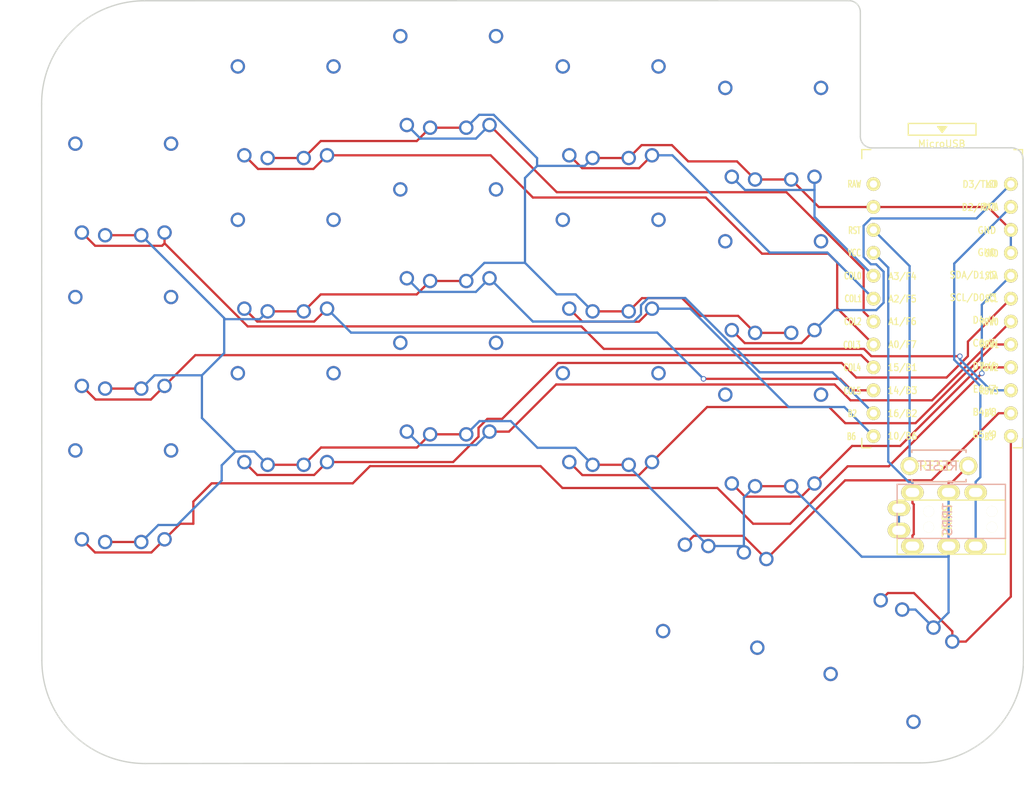
<source format=kicad_pcb>
(kicad_pcb (version 20171130) (host pcbnew 5.1.6)

  (general
    (thickness 1.6)
    (drawings 12)
    (tracks 279)
    (zones 0)
    (modules 20)
    (nets 24)
  )

  (page A4)
  (title_block
    (title "Corne Light")
    (date 2018-12-26)
    (rev 2.1)
    (company foostan)
  )

  (layers
    (0 F.Cu signal)
    (31 B.Cu signal)
    (32 B.Adhes user)
    (33 F.Adhes user)
    (34 B.Paste user hide)
    (35 F.Paste user)
    (36 B.SilkS user hide)
    (37 F.SilkS user)
    (38 B.Mask user)
    (39 F.Mask user)
    (40 Dwgs.User user)
    (41 Cmts.User user hide)
    (42 Eco1.User user)
    (43 Eco2.User user hide)
    (44 Edge.Cuts user)
    (45 Margin user)
    (46 B.CrtYd user)
    (47 F.CrtYd user)
    (48 B.Fab user hide)
    (49 F.Fab user)
  )

  (setup
    (last_trace_width 0.25)
    (user_trace_width 0.5)
    (trace_clearance 0.2)
    (zone_clearance 0.508)
    (zone_45_only no)
    (trace_min 0.2)
    (via_size 0.6)
    (via_drill 0.4)
    (via_min_size 0.4)
    (via_min_drill 0.3)
    (uvia_size 0.3)
    (uvia_drill 0.1)
    (uvias_allowed no)
    (uvia_min_size 0.2)
    (uvia_min_drill 0.1)
    (edge_width 0.15)
    (segment_width 0.15)
    (pcb_text_width 0.3)
    (pcb_text_size 1.5 1.5)
    (mod_edge_width 0.15)
    (mod_text_size 1 1)
    (mod_text_width 0.15)
    (pad_size 2.032 2.032)
    (pad_drill 1.27)
    (pad_to_mask_clearance 0.2)
    (aux_axis_origin 145.73 12.66)
    (visible_elements FFFFEFFF)
    (pcbplotparams
      (layerselection 0x010cc_ffffffff)
      (usegerberextensions true)
      (usegerberattributes false)
      (usegerberadvancedattributes false)
      (creategerberjobfile false)
      (excludeedgelayer true)
      (linewidth 0.150000)
      (plotframeref false)
      (viasonmask false)
      (mode 1)
      (useauxorigin false)
      (hpglpennumber 1)
      (hpglpenspeed 20)
      (hpglpendiameter 15.000000)
      (psnegative false)
      (psa4output false)
      (plotreference true)
      (plotvalue true)
      (plotinvisibletext false)
      (padsonsilk false)
      (subtractmaskfromsilk false)
      (outputformat 1)
      (mirror false)
      (drillshape 0)
      (scaleselection 1)
      (outputdirectory "gerber/"))
  )

  (net 0 "")
  (net 1 row0)
  (net 2 row1)
  (net 3 row2)
  (net 4 row3)
  (net 5 "Net-(D20-Pad2)")
  (net 6 GND)
  (net 7 VCC)
  (net 8 col1)
  (net 9 col2)
  (net 10 col3)
  (net 11 col4)
  (net 12 col5)
  (net 13 LED)
  (net 14 data)
  (net 15 reset)
  (net 16 SCL)
  (net 17 SDA)
  (net 18 "Net-(U1-Pad14)")
  (net 19 "Net-(U1-Pad13)")
  (net 20 "Net-(U1-Pad12)")
  (net 21 "Net-(U1-Pad11)")
  (net 22 "Net-(J1-PadA)")
  (net 23 "Net-(U1-Pad24)")

  (net_class Default "これは標準のネット クラスです。"
    (clearance 0.2)
    (trace_width 0.25)
    (via_dia 0.6)
    (via_drill 0.4)
    (uvia_dia 0.3)
    (uvia_drill 0.1)
    (add_net GND)
    (add_net LED)
    (add_net "Net-(D20-Pad2)")
    (add_net "Net-(J1-PadA)")
    (add_net "Net-(U1-Pad11)")
    (add_net "Net-(U1-Pad12)")
    (add_net "Net-(U1-Pad13)")
    (add_net "Net-(U1-Pad14)")
    (add_net "Net-(U1-Pad24)")
    (add_net SCL)
    (add_net SDA)
    (add_net VCC)
    (add_net col1)
    (add_net col2)
    (add_net col3)
    (add_net col4)
    (add_net col5)
    (add_net data)
    (add_net reset)
    (add_net row0)
    (add_net row1)
    (add_net row2)
    (add_net row3)
  )

  (module Kailh:Kailh_PG1232 (layer B.Cu) (tedit 5E1ADAC2) (tstamp 5EBA613E)
    (at 129.33 89.67 330)
    (path /5A5E37B0)
    (fp_text reference SW21 (at 4.6 -6 330) (layer Dwgs.User) hide
      (effects (font (size 1 1) (thickness 0.15)))
    )
    (fp_text value SW_PUSH (at -0.5 -5.999999 330) (layer Dwgs.User) hide
      (effects (font (size 1 1) (thickness 0.15)))
    )
    (fp_line (start -5.95 2.95) (end 5.95 2.95) (layer Dwgs.User) (width 0.12))
    (fp_line (start 5.95 2.95) (end 5.95 -2.95) (layer Dwgs.User) (width 0.12))
    (fp_line (start -5.95 -2.95) (end -5.95 2.95) (layer Dwgs.User) (width 0.12))
    (fp_line (start -6.75 6.25) (end 6.75 6.25) (layer Dwgs.User) (width 0.12))
    (fp_line (start 6.75 6.25) (end 6.75 -6.25) (layer Dwgs.User) (width 0.12))
    (fp_line (start 6.75 -6.25) (end -6.75 -6.25) (layer Dwgs.User) (width 0.12))
    (fp_line (start -6.75 -6.25) (end -6.75 6.25) (layer Dwgs.User) (width 0.12))
    (fp_line (start -2.25 -2.95) (end -2.25 -4) (layer Dwgs.User) (width 0.12))
    (fp_line (start -2.25 -4) (end 2.25 -4) (layer Dwgs.User) (width 0.12))
    (fp_line (start 2.25 -4) (end 2.25 -2.95) (layer Dwgs.User) (width 0.12))
    (fp_line (start -2.25 -2.95) (end -5.95 -2.95) (layer Dwgs.User) (width 0.12))
    (fp_line (start 2.25 -2.95) (end 5.95 -2.95) (layer Dwgs.User) (width 0.12))
    (fp_line (start -9 8.5) (end -9 -8.5) (layer Dwgs.User) (width 0.12))
    (fp_line (start -9 -8.5) (end 9 -8.5) (layer Dwgs.User) (width 0.12))
    (fp_line (start 9 -8.5) (end 9 8.5) (layer Dwgs.User) (width 0.12))
    (fp_line (start 9 8.5) (end -9 8.5) (layer Dwgs.User) (width 0.12))
    (fp_text user %V (at -0.000001 -8.255 150) (layer F.Fab)
      (effects (font (size 1 1) (thickness 0.15)))
    )
    (fp_text user %R (at 0 0 150) (layer B.Fab)
      (effects (font (size 1 1) (thickness 0.15)) (justify mirror))
    )
    (fp_text user "CPG1232 - 12.7x13.7 plate cutout" (at 0 7.7 150) (layer Cmts.User)
      (effects (font (size 1 1) (thickness 0.15)))
    )
    (pad "" np_thru_hole oval (at 0 -3.5 330) (size 4.7 1) (drill oval 4.7 1) (layers *.Cu *.Mask))
    (pad "" np_thru_hole oval (at -2.2 -3.5 240) (size 1.2 0.3) (drill oval 1.2 0.3) (layers *.Cu *.Mask))
    (pad "" np_thru_hole oval (at 2.2 -3.5 240) (size 1.2 0.3) (drill oval 1.2 0.3) (layers *.Cu *.Mask))
    (pad "" np_thru_hole oval (at 0 -3.95 330) (size 4.7 0.3) (drill oval 4.7 0.3) (layers *.Cu *.Mask))
    (pad "" np_thru_hole oval (at 5.36 0 330) (size 1 5.9) (drill oval 1 5.9) (layers *.Cu *.Mask))
    (pad "" np_thru_hole oval (at 4.59 0 330) (size 1 5.9) (drill oval 1 5.9) (layers *.Cu *.Mask))
    (pad "" np_thru_hole oval (at 4.2 0 330) (size 1 5.9) (drill oval 1 5.9) (layers *.Cu *.Mask))
    (pad "" np_thru_hole oval (at -4.2 0 330) (size 1 5.9) (drill oval 1 5.9) (layers *.Cu *.Mask))
    (pad "" np_thru_hole oval (at -4.59 0 330) (size 1 5.9) (drill oval 1 5.9) (layers *.Cu *.Mask))
    (pad "" np_thru_hole oval (at -5.9 0 240) (size 6.1 0.3) (drill oval 6.1 0.3) (layers *.Cu *.Mask))
    (pad "" np_thru_hole oval (at 5.9 0 240) (size 6.1 0.3) (drill oval 6.1 0.3) (layers *.Cu *.Mask))
    (pad "" np_thru_hole oval (at 0 -2.9 330) (size 12.1 0.3) (drill oval 12.1 0.3) (layers *.Cu *.Mask))
    (pad "" np_thru_hole oval (at 0 2.9 330) (size 12.1 0.3) (drill oval 12.1 0.3) (layers *.Cu *.Mask))
    (pad "" np_thru_hole oval (at -5.36 0 330) (size 1 5.9) (drill oval 1 5.9) (layers *.Cu *.Mask))
    (pad "" np_thru_hole oval (at 0 0 330) (size 11.85 5.9) (drill oval 11.85 5.9) (layers *.Cu *.Mask))
    (pad 1 thru_hole circle (at 4.58 -5.1 330) (size 1.6 1.6) (drill 1.1) (layers *.Cu *.Mask)
      (net 20 "Net-(U1-Pad12)") (clearance 0.2))
    (pad 2 thru_hole circle (at -2 -5.4 330) (size 1.6 1.6) (drill 1.1) (layers *.Cu *.Mask)
      (net 6 GND) (clearance 0.2))
    (pad 1 thru_hole circle (at -4.58 -5.1 330) (size 1.6 1.6) (drill 1.1) (layers *.Cu *.Mask)
      (net 20 "Net-(U1-Pad12)") (clearance 0.2))
    (pad 2 thru_hole circle (at 2 -5.4 330) (size 1.6 1.6) (drill 1.1) (layers *.Cu *.Mask)
      (net 6 GND) (clearance 0.2))
    (pad 3 thru_hole circle (at 5.3 4.75 330) (size 1.6 1.6) (drill 1.1) (layers *.Cu *.Mask)
      (clearance 0.2))
    (pad 4 thru_hole circle (at -5.3 4.75 330) (size 1.6 1.6) (drill 1.1) (layers *.Cu *.Mask)
      (clearance 0.2))
  )

  (module Kailh:Kailh_PG1232 (layer B.Cu) (tedit 5E1ADAC2) (tstamp 5EBA60B1)
    (at 109.85 82.62 350)
    (path /5A5E37A4)
    (fp_text reference SW20 (at 4.600001 -6 170) (layer Dwgs.User) hide
      (effects (font (size 1 1) (thickness 0.15)))
    )
    (fp_text value SW_PUSH (at -0.5 -5.999999 170) (layer Dwgs.User) hide
      (effects (font (size 1 1) (thickness 0.15)))
    )
    (fp_line (start -5.95 2.95) (end 5.95 2.95) (layer Dwgs.User) (width 0.12))
    (fp_line (start 5.95 2.95) (end 5.95 -2.95) (layer Dwgs.User) (width 0.12))
    (fp_line (start -5.95 -2.95) (end -5.95 2.95) (layer Dwgs.User) (width 0.12))
    (fp_line (start -6.75 6.25) (end 6.75 6.25) (layer Dwgs.User) (width 0.12))
    (fp_line (start 6.75 6.25) (end 6.75 -6.25) (layer Dwgs.User) (width 0.12))
    (fp_line (start 6.75 -6.25) (end -6.75 -6.25) (layer Dwgs.User) (width 0.12))
    (fp_line (start -6.75 -6.25) (end -6.75 6.25) (layer Dwgs.User) (width 0.12))
    (fp_line (start -2.25 -2.95) (end -2.25 -4) (layer Dwgs.User) (width 0.12))
    (fp_line (start -2.25 -4) (end 2.25 -4) (layer Dwgs.User) (width 0.12))
    (fp_line (start 2.25 -4) (end 2.25 -2.95) (layer Dwgs.User) (width 0.12))
    (fp_line (start -2.25 -2.95) (end -5.95 -2.95) (layer Dwgs.User) (width 0.12))
    (fp_line (start 2.25 -2.95) (end 5.95 -2.95) (layer Dwgs.User) (width 0.12))
    (fp_line (start -9 8.5) (end -9 -8.5) (layer Dwgs.User) (width 0.12))
    (fp_line (start -9 -8.5) (end 9 -8.5) (layer Dwgs.User) (width 0.12))
    (fp_line (start 9 -8.5) (end 9 8.5) (layer Dwgs.User) (width 0.12))
    (fp_line (start 9 8.5) (end -9 8.5) (layer Dwgs.User) (width 0.12))
    (fp_text user %V (at 0 -8.255 170) (layer F.Fab)
      (effects (font (size 1 1) (thickness 0.15)))
    )
    (fp_text user %R (at 0 0 170) (layer B.Fab)
      (effects (font (size 1 1) (thickness 0.15)) (justify mirror))
    )
    (fp_text user "CPG1232 - 12.7x13.7 plate cutout" (at 0 7.7 170) (layer Cmts.User)
      (effects (font (size 1 1) (thickness 0.15)))
    )
    (pad "" np_thru_hole oval (at 0 -3.5 350) (size 4.7 1) (drill oval 4.7 1) (layers *.Cu *.Mask))
    (pad "" np_thru_hole oval (at -2.2 -3.5 260) (size 1.2 0.3) (drill oval 1.2 0.3) (layers *.Cu *.Mask))
    (pad "" np_thru_hole oval (at 2.2 -3.5 260) (size 1.2 0.3) (drill oval 1.2 0.3) (layers *.Cu *.Mask))
    (pad "" np_thru_hole oval (at 0 -3.95 350) (size 4.7 0.3) (drill oval 4.7 0.3) (layers *.Cu *.Mask))
    (pad "" np_thru_hole oval (at 5.36 0 350) (size 1 5.9) (drill oval 1 5.9) (layers *.Cu *.Mask))
    (pad "" np_thru_hole oval (at 4.59 0 350) (size 1 5.9) (drill oval 1 5.9) (layers *.Cu *.Mask))
    (pad "" np_thru_hole oval (at 4.2 0 350) (size 1 5.9) (drill oval 1 5.9) (layers *.Cu *.Mask))
    (pad "" np_thru_hole oval (at -4.2 0 350) (size 1 5.9) (drill oval 1 5.9) (layers *.Cu *.Mask))
    (pad "" np_thru_hole oval (at -4.59 0 350) (size 1 5.9) (drill oval 1 5.9) (layers *.Cu *.Mask))
    (pad "" np_thru_hole oval (at -5.9 0 260) (size 6.1 0.3) (drill oval 6.1 0.3) (layers *.Cu *.Mask))
    (pad "" np_thru_hole oval (at 5.9 0 260) (size 6.1 0.3) (drill oval 6.1 0.3) (layers *.Cu *.Mask))
    (pad "" np_thru_hole oval (at 0 -2.9 350) (size 12.1 0.3) (drill oval 12.1 0.3) (layers *.Cu *.Mask))
    (pad "" np_thru_hole oval (at 0 2.9 350) (size 12.1 0.3) (drill oval 12.1 0.3) (layers *.Cu *.Mask))
    (pad "" np_thru_hole oval (at -5.36 0 350) (size 1 5.9) (drill oval 1 5.9) (layers *.Cu *.Mask))
    (pad "" np_thru_hole oval (at 0 0 350) (size 11.85 5.9) (drill oval 11.85 5.9) (layers *.Cu *.Mask))
    (pad 1 thru_hole circle (at 4.58 -5.1 350) (size 1.6 1.6) (drill 1.1) (layers *.Cu *.Mask)
      (net 21 "Net-(U1-Pad11)") (clearance 0.2))
    (pad 2 thru_hole circle (at -2 -5.4 350) (size 1.6 1.6) (drill 1.1) (layers *.Cu *.Mask)
      (net 6 GND) (clearance 0.2))
    (pad 1 thru_hole circle (at -4.58 -5.1 350) (size 1.6 1.6) (drill 1.1) (layers *.Cu *.Mask)
      (net 21 "Net-(U1-Pad11)") (clearance 0.2))
    (pad 2 thru_hole circle (at 2 -5.4 350) (size 1.6 1.6) (drill 1.1) (layers *.Cu *.Mask)
      (net 6 GND) (clearance 0.2))
    (pad 3 thru_hole circle (at 5.3 4.75 350) (size 1.6 1.6) (drill 1.1) (layers *.Cu *.Mask)
      (clearance 0.2))
    (pad 4 thru_hole circle (at -5.3 4.75 350) (size 1.6 1.6) (drill 1.1) (layers *.Cu *.Mask)
      (clearance 0.2))
  )

  (module Kailh:Kailh_PG1232 (layer F.Cu) (tedit 5E1ADAC2) (tstamp 5C23880A)
    (at 116 64.92)
    (path /5A5E35D5)
    (fp_text reference SW18 (at 4.6 6 180) (layer Dwgs.User) hide
      (effects (font (size 1 1) (thickness 0.15)))
    )
    (fp_text value SW_PUSH (at -0.5 6 180) (layer Dwgs.User) hide
      (effects (font (size 1 1) (thickness 0.15)))
    )
    (fp_line (start -5.95 -2.95) (end 5.95 -2.95) (layer Dwgs.User) (width 0.12))
    (fp_line (start 5.95 -2.95) (end 5.95 2.95) (layer Dwgs.User) (width 0.12))
    (fp_line (start -5.95 2.95) (end -5.95 -2.95) (layer Dwgs.User) (width 0.12))
    (fp_line (start -6.75 -6.25) (end 6.75 -6.25) (layer Dwgs.User) (width 0.12))
    (fp_line (start 6.75 -6.25) (end 6.75 6.25) (layer Dwgs.User) (width 0.12))
    (fp_line (start 6.75 6.25) (end -6.75 6.25) (layer Dwgs.User) (width 0.12))
    (fp_line (start -6.75 6.25) (end -6.75 -6.25) (layer Dwgs.User) (width 0.12))
    (fp_line (start -2.25 2.95) (end -2.25 4) (layer Dwgs.User) (width 0.12))
    (fp_line (start -2.25 4) (end 2.25 4) (layer Dwgs.User) (width 0.12))
    (fp_line (start 2.25 4) (end 2.25 2.95) (layer Dwgs.User) (width 0.12))
    (fp_line (start -2.25 2.95) (end -5.95 2.95) (layer Dwgs.User) (width 0.12))
    (fp_line (start 2.25 2.95) (end 5.95 2.95) (layer Dwgs.User) (width 0.12))
    (fp_line (start -9 -8.5) (end -9 8.5) (layer Dwgs.User) (width 0.12))
    (fp_line (start -9 8.5) (end 9 8.5) (layer Dwgs.User) (width 0.12))
    (fp_line (start 9 8.5) (end 9 -8.5) (layer Dwgs.User) (width 0.12))
    (fp_line (start 9 -8.5) (end -9 -8.5) (layer Dwgs.User) (width 0.12))
    (fp_text user %V (at 0 8.255) (layer B.Fab)
      (effects (font (size 1 1) (thickness 0.15)) (justify mirror))
    )
    (fp_text user %R (at 0 0) (layer F.Fab)
      (effects (font (size 1 1) (thickness 0.15)))
    )
    (fp_text user "CPG1232 - 12.7x13.7 plate cutout" (at 0 -7.7) (layer Cmts.User)
      (effects (font (size 1 1) (thickness 0.15)))
    )
    (pad "" np_thru_hole oval (at 0 3.5) (size 4.7 1) (drill oval 4.7 1) (layers *.Cu *.Mask))
    (pad "" np_thru_hole oval (at -2.2 3.5 90) (size 1.2 0.3) (drill oval 1.2 0.3) (layers *.Cu *.Mask))
    (pad "" np_thru_hole oval (at 2.2 3.5 90) (size 1.2 0.3) (drill oval 1.2 0.3) (layers *.Cu *.Mask))
    (pad "" np_thru_hole oval (at 0 3.95) (size 4.7 0.3) (drill oval 4.7 0.3) (layers *.Cu *.Mask))
    (pad "" np_thru_hole oval (at 5.36 0) (size 1 5.9) (drill oval 1 5.9) (layers *.Cu *.Mask))
    (pad "" np_thru_hole oval (at 4.59 0) (size 1 5.9) (drill oval 1 5.9) (layers *.Cu *.Mask))
    (pad "" np_thru_hole oval (at 4.2 0) (size 1 5.9) (drill oval 1 5.9) (layers *.Cu *.Mask))
    (pad "" np_thru_hole oval (at -4.2 0) (size 1 5.9) (drill oval 1 5.9) (layers *.Cu *.Mask))
    (pad "" np_thru_hole oval (at -4.59 0) (size 1 5.9) (drill oval 1 5.9) (layers *.Cu *.Mask))
    (pad "" np_thru_hole oval (at -5.9 0 90) (size 6.1 0.3) (drill oval 6.1 0.3) (layers *.Cu *.Mask))
    (pad "" np_thru_hole oval (at 5.9 0 90) (size 6.1 0.3) (drill oval 6.1 0.3) (layers *.Cu *.Mask))
    (pad "" np_thru_hole oval (at 0 2.9) (size 12.1 0.3) (drill oval 12.1 0.3) (layers *.Cu *.Mask))
    (pad "" np_thru_hole oval (at 0 -2.9) (size 12.1 0.3) (drill oval 12.1 0.3) (layers *.Cu *.Mask))
    (pad "" np_thru_hole oval (at -5.36 0) (size 1 5.9) (drill oval 1 5.9) (layers *.Cu *.Mask))
    (pad "" np_thru_hole oval (at 0 0) (size 11.85 5.9) (drill oval 11.85 5.9) (layers *.Cu *.Mask))
    (pad 1 thru_hole circle (at 4.58 5.1) (size 1.6 1.6) (drill 1.1) (layers *.Cu *.Mask)
      (net 3 row2) (clearance 0.2))
    (pad 2 thru_hole circle (at -2 5.4) (size 1.6 1.6) (drill 1.1) (layers *.Cu *.Mask)
      (net 6 GND) (clearance 0.2))
    (pad 1 thru_hole circle (at -4.58 5.1) (size 1.6 1.6) (drill 1.1) (layers *.Cu *.Mask)
      (net 3 row2) (clearance 0.2))
    (pad 2 thru_hole circle (at 2 5.4) (size 1.6 1.6) (drill 1.1) (layers *.Cu *.Mask)
      (net 6 GND) (clearance 0.2))
    (pad 3 thru_hole circle (at 5.3 -4.75) (size 1.6 1.6) (drill 1.1) (layers *.Cu *.Mask)
      (clearance 0.2))
    (pad 4 thru_hole circle (at -5.3 -4.75) (size 1.6 1.6) (drill 1.1) (layers *.Cu *.Mask)
      (clearance 0.2))
  )

  (module Kailh:Kailh_PG1232 (layer F.Cu) (tedit 5E1ADAC2) (tstamp 5C2387F4)
    (at 98 62.545)
    (path /5A5E35CF)
    (fp_text reference SW17 (at 4.6 6 180) (layer Dwgs.User) hide
      (effects (font (size 1 1) (thickness 0.15)))
    )
    (fp_text value SW_PUSH (at -0.5 6 180) (layer Dwgs.User) hide
      (effects (font (size 1 1) (thickness 0.15)))
    )
    (fp_line (start -5.95 -2.95) (end 5.95 -2.95) (layer Dwgs.User) (width 0.12))
    (fp_line (start 5.95 -2.95) (end 5.95 2.95) (layer Dwgs.User) (width 0.12))
    (fp_line (start -5.95 2.95) (end -5.95 -2.95) (layer Dwgs.User) (width 0.12))
    (fp_line (start -6.75 -6.25) (end 6.75 -6.25) (layer Dwgs.User) (width 0.12))
    (fp_line (start 6.75 -6.25) (end 6.75 6.25) (layer Dwgs.User) (width 0.12))
    (fp_line (start 6.75 6.25) (end -6.75 6.25) (layer Dwgs.User) (width 0.12))
    (fp_line (start -6.75 6.25) (end -6.75 -6.25) (layer Dwgs.User) (width 0.12))
    (fp_line (start -2.25 2.95) (end -2.25 4) (layer Dwgs.User) (width 0.12))
    (fp_line (start -2.25 4) (end 2.25 4) (layer Dwgs.User) (width 0.12))
    (fp_line (start 2.25 4) (end 2.25 2.95) (layer Dwgs.User) (width 0.12))
    (fp_line (start -2.25 2.95) (end -5.95 2.95) (layer Dwgs.User) (width 0.12))
    (fp_line (start 2.25 2.95) (end 5.95 2.95) (layer Dwgs.User) (width 0.12))
    (fp_line (start -9 -8.5) (end -9 8.5) (layer Dwgs.User) (width 0.12))
    (fp_line (start -9 8.5) (end 9 8.5) (layer Dwgs.User) (width 0.12))
    (fp_line (start 9 8.5) (end 9 -8.5) (layer Dwgs.User) (width 0.12))
    (fp_line (start 9 -8.5) (end -9 -8.5) (layer Dwgs.User) (width 0.12))
    (fp_text user %V (at 0 8.255) (layer B.Fab)
      (effects (font (size 1 1) (thickness 0.15)) (justify mirror))
    )
    (fp_text user %R (at 0 0) (layer F.Fab)
      (effects (font (size 1 1) (thickness 0.15)))
    )
    (fp_text user "CPG1232 - 12.7x13.7 plate cutout" (at 0 -7.7) (layer Cmts.User)
      (effects (font (size 1 1) (thickness 0.15)))
    )
    (pad "" np_thru_hole oval (at 0 3.5) (size 4.7 1) (drill oval 4.7 1) (layers *.Cu *.Mask))
    (pad "" np_thru_hole oval (at -2.2 3.5 90) (size 1.2 0.3) (drill oval 1.2 0.3) (layers *.Cu *.Mask))
    (pad "" np_thru_hole oval (at 2.2 3.5 90) (size 1.2 0.3) (drill oval 1.2 0.3) (layers *.Cu *.Mask))
    (pad "" np_thru_hole oval (at 0 3.95) (size 4.7 0.3) (drill oval 4.7 0.3) (layers *.Cu *.Mask))
    (pad "" np_thru_hole oval (at 5.36 0) (size 1 5.9) (drill oval 1 5.9) (layers *.Cu *.Mask))
    (pad "" np_thru_hole oval (at 4.59 0) (size 1 5.9) (drill oval 1 5.9) (layers *.Cu *.Mask))
    (pad "" np_thru_hole oval (at 4.2 0) (size 1 5.9) (drill oval 1 5.9) (layers *.Cu *.Mask))
    (pad "" np_thru_hole oval (at -4.2 0) (size 1 5.9) (drill oval 1 5.9) (layers *.Cu *.Mask))
    (pad "" np_thru_hole oval (at -4.59 0) (size 1 5.9) (drill oval 1 5.9) (layers *.Cu *.Mask))
    (pad "" np_thru_hole oval (at -5.9 0 90) (size 6.1 0.3) (drill oval 6.1 0.3) (layers *.Cu *.Mask))
    (pad "" np_thru_hole oval (at 5.9 0 90) (size 6.1 0.3) (drill oval 6.1 0.3) (layers *.Cu *.Mask))
    (pad "" np_thru_hole oval (at 0 2.9) (size 12.1 0.3) (drill oval 12.1 0.3) (layers *.Cu *.Mask))
    (pad "" np_thru_hole oval (at 0 -2.9) (size 12.1 0.3) (drill oval 12.1 0.3) (layers *.Cu *.Mask))
    (pad "" np_thru_hole oval (at -5.36 0) (size 1 5.9) (drill oval 1 5.9) (layers *.Cu *.Mask))
    (pad "" np_thru_hole oval (at 0 0) (size 11.85 5.9) (drill oval 11.85 5.9) (layers *.Cu *.Mask))
    (pad 1 thru_hole circle (at 4.58 5.1) (size 1.6 1.6) (drill 1.1) (layers *.Cu *.Mask)
      (net 2 row1) (clearance 0.2))
    (pad 2 thru_hole circle (at -2 5.4) (size 1.6 1.6) (drill 1.1) (layers *.Cu *.Mask)
      (net 6 GND) (clearance 0.2))
    (pad 1 thru_hole circle (at -4.58 5.1) (size 1.6 1.6) (drill 1.1) (layers *.Cu *.Mask)
      (net 2 row1) (clearance 0.2))
    (pad 2 thru_hole circle (at 2 5.4) (size 1.6 1.6) (drill 1.1) (layers *.Cu *.Mask)
      (net 6 GND) (clearance 0.2))
    (pad 3 thru_hole circle (at 5.3 -4.75) (size 1.6 1.6) (drill 1.1) (layers *.Cu *.Mask)
      (clearance 0.2))
    (pad 4 thru_hole circle (at -5.3 -4.75) (size 1.6 1.6) (drill 1.1) (layers *.Cu *.Mask)
      (clearance 0.2))
  )

  (module Kailh:Kailh_PG1232 (layer F.Cu) (tedit 5E1ADAC2) (tstamp 5C2387DE)
    (at 80 59.17)
    (path /5A5E35C9)
    (fp_text reference SW16 (at 4.6 6 180) (layer Dwgs.User) hide
      (effects (font (size 1 1) (thickness 0.15)))
    )
    (fp_text value SW_PUSH (at -0.5 6 180) (layer Dwgs.User) hide
      (effects (font (size 1 1) (thickness 0.15)))
    )
    (fp_line (start -5.95 -2.95) (end 5.95 -2.95) (layer Dwgs.User) (width 0.12))
    (fp_line (start 5.95 -2.95) (end 5.95 2.95) (layer Dwgs.User) (width 0.12))
    (fp_line (start -5.95 2.95) (end -5.95 -2.95) (layer Dwgs.User) (width 0.12))
    (fp_line (start -6.75 -6.25) (end 6.75 -6.25) (layer Dwgs.User) (width 0.12))
    (fp_line (start 6.75 -6.25) (end 6.75 6.25) (layer Dwgs.User) (width 0.12))
    (fp_line (start 6.75 6.25) (end -6.75 6.25) (layer Dwgs.User) (width 0.12))
    (fp_line (start -6.75 6.25) (end -6.75 -6.25) (layer Dwgs.User) (width 0.12))
    (fp_line (start -2.25 2.95) (end -2.25 4) (layer Dwgs.User) (width 0.12))
    (fp_line (start -2.25 4) (end 2.25 4) (layer Dwgs.User) (width 0.12))
    (fp_line (start 2.25 4) (end 2.25 2.95) (layer Dwgs.User) (width 0.12))
    (fp_line (start -2.25 2.95) (end -5.95 2.95) (layer Dwgs.User) (width 0.12))
    (fp_line (start 2.25 2.95) (end 5.95 2.95) (layer Dwgs.User) (width 0.12))
    (fp_line (start -9 -8.5) (end -9 8.5) (layer Dwgs.User) (width 0.12))
    (fp_line (start -9 8.5) (end 9 8.5) (layer Dwgs.User) (width 0.12))
    (fp_line (start 9 8.5) (end 9 -8.5) (layer Dwgs.User) (width 0.12))
    (fp_line (start 9 -8.5) (end -9 -8.5) (layer Dwgs.User) (width 0.12))
    (fp_text user %V (at 0 8.255) (layer B.Fab)
      (effects (font (size 1 1) (thickness 0.15)) (justify mirror))
    )
    (fp_text user %R (at 0 0) (layer F.Fab)
      (effects (font (size 1 1) (thickness 0.15)))
    )
    (fp_text user "CPG1232 - 12.7x13.7 plate cutout" (at 0 -7.7) (layer Cmts.User)
      (effects (font (size 1 1) (thickness 0.15)))
    )
    (pad "" np_thru_hole oval (at 0 3.5) (size 4.7 1) (drill oval 4.7 1) (layers *.Cu *.Mask))
    (pad "" np_thru_hole oval (at -2.2 3.5 90) (size 1.2 0.3) (drill oval 1.2 0.3) (layers *.Cu *.Mask))
    (pad "" np_thru_hole oval (at 2.2 3.5 90) (size 1.2 0.3) (drill oval 1.2 0.3) (layers *.Cu *.Mask))
    (pad "" np_thru_hole oval (at 0 3.95) (size 4.7 0.3) (drill oval 4.7 0.3) (layers *.Cu *.Mask))
    (pad "" np_thru_hole oval (at 5.36 0) (size 1 5.9) (drill oval 1 5.9) (layers *.Cu *.Mask))
    (pad "" np_thru_hole oval (at 4.59 0) (size 1 5.9) (drill oval 1 5.9) (layers *.Cu *.Mask))
    (pad "" np_thru_hole oval (at 4.2 0) (size 1 5.9) (drill oval 1 5.9) (layers *.Cu *.Mask))
    (pad "" np_thru_hole oval (at -4.2 0) (size 1 5.9) (drill oval 1 5.9) (layers *.Cu *.Mask))
    (pad "" np_thru_hole oval (at -4.59 0) (size 1 5.9) (drill oval 1 5.9) (layers *.Cu *.Mask))
    (pad "" np_thru_hole oval (at -5.9 0 90) (size 6.1 0.3) (drill oval 6.1 0.3) (layers *.Cu *.Mask))
    (pad "" np_thru_hole oval (at 5.9 0 90) (size 6.1 0.3) (drill oval 6.1 0.3) (layers *.Cu *.Mask))
    (pad "" np_thru_hole oval (at 0 2.9) (size 12.1 0.3) (drill oval 12.1 0.3) (layers *.Cu *.Mask))
    (pad "" np_thru_hole oval (at 0 -2.9) (size 12.1 0.3) (drill oval 12.1 0.3) (layers *.Cu *.Mask))
    (pad "" np_thru_hole oval (at -5.36 0) (size 1 5.9) (drill oval 1 5.9) (layers *.Cu *.Mask))
    (pad "" np_thru_hole oval (at 0 0) (size 11.85 5.9) (drill oval 11.85 5.9) (layers *.Cu *.Mask))
    (pad 1 thru_hole circle (at 4.58 5.1) (size 1.6 1.6) (drill 1.1) (layers *.Cu *.Mask)
      (net 1 row0) (clearance 0.2))
    (pad 2 thru_hole circle (at -2 5.4) (size 1.6 1.6) (drill 1.1) (layers *.Cu *.Mask)
      (net 6 GND) (clearance 0.2))
    (pad 1 thru_hole circle (at -4.58 5.1) (size 1.6 1.6) (drill 1.1) (layers *.Cu *.Mask)
      (net 1 row0) (clearance 0.2))
    (pad 2 thru_hole circle (at 2 5.4) (size 1.6 1.6) (drill 1.1) (layers *.Cu *.Mask)
      (net 6 GND) (clearance 0.2))
    (pad 3 thru_hole circle (at 5.3 -4.75) (size 1.6 1.6) (drill 1.1) (layers *.Cu *.Mask)
      (clearance 0.2))
    (pad 4 thru_hole circle (at -5.3 -4.75) (size 1.6 1.6) (drill 1.1) (layers *.Cu *.Mask)
      (clearance 0.2))
  )

  (module Kailh:Kailh_PG1232 (layer F.Cu) (tedit 5E1ADAC2) (tstamp 5C2387C8)
    (at 62 62.545)
    (path /5A5E35BD)
    (fp_text reference SW15 (at 4.6 6 180) (layer Dwgs.User) hide
      (effects (font (size 1 1) (thickness 0.15)))
    )
    (fp_text value SW_PUSH (at -0.5 6 180) (layer Dwgs.User) hide
      (effects (font (size 1 1) (thickness 0.15)))
    )
    (fp_line (start -5.95 -2.95) (end 5.95 -2.95) (layer Dwgs.User) (width 0.12))
    (fp_line (start 5.95 -2.95) (end 5.95 2.95) (layer Dwgs.User) (width 0.12))
    (fp_line (start -5.95 2.95) (end -5.95 -2.95) (layer Dwgs.User) (width 0.12))
    (fp_line (start -6.75 -6.25) (end 6.75 -6.25) (layer Dwgs.User) (width 0.12))
    (fp_line (start 6.75 -6.25) (end 6.75 6.25) (layer Dwgs.User) (width 0.12))
    (fp_line (start 6.75 6.25) (end -6.75 6.25) (layer Dwgs.User) (width 0.12))
    (fp_line (start -6.75 6.25) (end -6.75 -6.25) (layer Dwgs.User) (width 0.12))
    (fp_line (start -2.25 2.95) (end -2.25 4) (layer Dwgs.User) (width 0.12))
    (fp_line (start -2.25 4) (end 2.25 4) (layer Dwgs.User) (width 0.12))
    (fp_line (start 2.25 4) (end 2.25 2.95) (layer Dwgs.User) (width 0.12))
    (fp_line (start -2.25 2.95) (end -5.95 2.95) (layer Dwgs.User) (width 0.12))
    (fp_line (start 2.25 2.95) (end 5.95 2.95) (layer Dwgs.User) (width 0.12))
    (fp_line (start -9 -8.5) (end -9 8.5) (layer Dwgs.User) (width 0.12))
    (fp_line (start -9 8.5) (end 9 8.5) (layer Dwgs.User) (width 0.12))
    (fp_line (start 9 8.5) (end 9 -8.5) (layer Dwgs.User) (width 0.12))
    (fp_line (start 9 -8.5) (end -9 -8.5) (layer Dwgs.User) (width 0.12))
    (fp_text user %V (at 0 8.255) (layer B.Fab)
      (effects (font (size 1 1) (thickness 0.15)) (justify mirror))
    )
    (fp_text user %R (at 0 0) (layer F.Fab)
      (effects (font (size 1 1) (thickness 0.15)))
    )
    (fp_text user "CPG1232 - 12.7x13.7 plate cutout" (at 0 -7.7) (layer Cmts.User)
      (effects (font (size 1 1) (thickness 0.15)))
    )
    (pad "" np_thru_hole oval (at 0 3.5) (size 4.7 1) (drill oval 4.7 1) (layers *.Cu *.Mask))
    (pad "" np_thru_hole oval (at -2.2 3.5 90) (size 1.2 0.3) (drill oval 1.2 0.3) (layers *.Cu *.Mask))
    (pad "" np_thru_hole oval (at 2.2 3.5 90) (size 1.2 0.3) (drill oval 1.2 0.3) (layers *.Cu *.Mask))
    (pad "" np_thru_hole oval (at 0 3.95) (size 4.7 0.3) (drill oval 4.7 0.3) (layers *.Cu *.Mask))
    (pad "" np_thru_hole oval (at 5.36 0) (size 1 5.9) (drill oval 1 5.9) (layers *.Cu *.Mask))
    (pad "" np_thru_hole oval (at 4.59 0) (size 1 5.9) (drill oval 1 5.9) (layers *.Cu *.Mask))
    (pad "" np_thru_hole oval (at 4.2 0) (size 1 5.9) (drill oval 1 5.9) (layers *.Cu *.Mask))
    (pad "" np_thru_hole oval (at -4.2 0) (size 1 5.9) (drill oval 1 5.9) (layers *.Cu *.Mask))
    (pad "" np_thru_hole oval (at -4.59 0) (size 1 5.9) (drill oval 1 5.9) (layers *.Cu *.Mask))
    (pad "" np_thru_hole oval (at -5.9 0 90) (size 6.1 0.3) (drill oval 6.1 0.3) (layers *.Cu *.Mask))
    (pad "" np_thru_hole oval (at 5.9 0 90) (size 6.1 0.3) (drill oval 6.1 0.3) (layers *.Cu *.Mask))
    (pad "" np_thru_hole oval (at 0 2.9) (size 12.1 0.3) (drill oval 12.1 0.3) (layers *.Cu *.Mask))
    (pad "" np_thru_hole oval (at 0 -2.9) (size 12.1 0.3) (drill oval 12.1 0.3) (layers *.Cu *.Mask))
    (pad "" np_thru_hole oval (at -5.36 0) (size 1 5.9) (drill oval 1 5.9) (layers *.Cu *.Mask))
    (pad "" np_thru_hole oval (at 0 0) (size 11.85 5.9) (drill oval 11.85 5.9) (layers *.Cu *.Mask))
    (pad 1 thru_hole circle (at 4.58 5.1) (size 1.6 1.6) (drill 1.1) (layers *.Cu *.Mask)
      (net 16 SCL) (clearance 0.2))
    (pad 2 thru_hole circle (at -2 5.4) (size 1.6 1.6) (drill 1.1) (layers *.Cu *.Mask)
      (net 6 GND) (clearance 0.2))
    (pad 1 thru_hole circle (at -4.58 5.1) (size 1.6 1.6) (drill 1.1) (layers *.Cu *.Mask)
      (net 16 SCL) (clearance 0.2))
    (pad 2 thru_hole circle (at 2 5.4) (size 1.6 1.6) (drill 1.1) (layers *.Cu *.Mask)
      (net 6 GND) (clearance 0.2))
    (pad 3 thru_hole circle (at 5.3 -4.75) (size 1.6 1.6) (drill 1.1) (layers *.Cu *.Mask)
      (clearance 0.2))
    (pad 4 thru_hole circle (at -5.3 -4.75) (size 1.6 1.6) (drill 1.1) (layers *.Cu *.Mask)
      (clearance 0.2))
  )

  (module Kailh:Kailh_PG1232 (layer F.Cu) (tedit 5E1ADAC2) (tstamp 5C2387B2)
    (at 44 71.105)
    (path /5A5E35B1)
    (fp_text reference SW14 (at 4.6 6 180) (layer Dwgs.User) hide
      (effects (font (size 1 1) (thickness 0.15)))
    )
    (fp_text value SW_PUSH (at -0.5 6 180) (layer Dwgs.User) hide
      (effects (font (size 1 1) (thickness 0.15)))
    )
    (fp_line (start -5.95 -2.95) (end 5.95 -2.95) (layer Dwgs.User) (width 0.12))
    (fp_line (start 5.95 -2.95) (end 5.95 2.95) (layer Dwgs.User) (width 0.12))
    (fp_line (start -5.95 2.95) (end -5.95 -2.95) (layer Dwgs.User) (width 0.12))
    (fp_line (start -6.75 -6.25) (end 6.75 -6.25) (layer Dwgs.User) (width 0.12))
    (fp_line (start 6.75 -6.25) (end 6.75 6.25) (layer Dwgs.User) (width 0.12))
    (fp_line (start 6.75 6.25) (end -6.75 6.25) (layer Dwgs.User) (width 0.12))
    (fp_line (start -6.75 6.25) (end -6.75 -6.25) (layer Dwgs.User) (width 0.12))
    (fp_line (start -2.25 2.95) (end -2.25 4) (layer Dwgs.User) (width 0.12))
    (fp_line (start -2.25 4) (end 2.25 4) (layer Dwgs.User) (width 0.12))
    (fp_line (start 2.25 4) (end 2.25 2.95) (layer Dwgs.User) (width 0.12))
    (fp_line (start -2.25 2.95) (end -5.95 2.95) (layer Dwgs.User) (width 0.12))
    (fp_line (start 2.25 2.95) (end 5.95 2.95) (layer Dwgs.User) (width 0.12))
    (fp_line (start -9 -8.5) (end -9 8.5) (layer Dwgs.User) (width 0.12))
    (fp_line (start -9 8.5) (end 9 8.5) (layer Dwgs.User) (width 0.12))
    (fp_line (start 9 8.5) (end 9 -8.5) (layer Dwgs.User) (width 0.12))
    (fp_line (start 9 -8.5) (end -9 -8.5) (layer Dwgs.User) (width 0.12))
    (fp_text user %V (at 0 8.255) (layer B.Fab)
      (effects (font (size 1 1) (thickness 0.15)) (justify mirror))
    )
    (fp_text user %R (at 0 0) (layer F.Fab)
      (effects (font (size 1 1) (thickness 0.15)))
    )
    (fp_text user "CPG1232 - 12.7x13.7 plate cutout" (at 0 -7.7) (layer Cmts.User)
      (effects (font (size 1 1) (thickness 0.15)))
    )
    (pad "" np_thru_hole oval (at 0 3.5) (size 4.7 1) (drill oval 4.7 1) (layers *.Cu *.Mask))
    (pad "" np_thru_hole oval (at -2.2 3.5 90) (size 1.2 0.3) (drill oval 1.2 0.3) (layers *.Cu *.Mask))
    (pad "" np_thru_hole oval (at 2.2 3.5 90) (size 1.2 0.3) (drill oval 1.2 0.3) (layers *.Cu *.Mask))
    (pad "" np_thru_hole oval (at 0 3.95) (size 4.7 0.3) (drill oval 4.7 0.3) (layers *.Cu *.Mask))
    (pad "" np_thru_hole oval (at 5.36 0) (size 1 5.9) (drill oval 1 5.9) (layers *.Cu *.Mask))
    (pad "" np_thru_hole oval (at 4.59 0) (size 1 5.9) (drill oval 1 5.9) (layers *.Cu *.Mask))
    (pad "" np_thru_hole oval (at 4.2 0) (size 1 5.9) (drill oval 1 5.9) (layers *.Cu *.Mask))
    (pad "" np_thru_hole oval (at -4.2 0) (size 1 5.9) (drill oval 1 5.9) (layers *.Cu *.Mask))
    (pad "" np_thru_hole oval (at -4.59 0) (size 1 5.9) (drill oval 1 5.9) (layers *.Cu *.Mask))
    (pad "" np_thru_hole oval (at -5.9 0 90) (size 6.1 0.3) (drill oval 6.1 0.3) (layers *.Cu *.Mask))
    (pad "" np_thru_hole oval (at 5.9 0 90) (size 6.1 0.3) (drill oval 6.1 0.3) (layers *.Cu *.Mask))
    (pad "" np_thru_hole oval (at 0 2.9) (size 12.1 0.3) (drill oval 12.1 0.3) (layers *.Cu *.Mask))
    (pad "" np_thru_hole oval (at 0 -2.9) (size 12.1 0.3) (drill oval 12.1 0.3) (layers *.Cu *.Mask))
    (pad "" np_thru_hole oval (at -5.36 0) (size 1 5.9) (drill oval 1 5.9) (layers *.Cu *.Mask))
    (pad "" np_thru_hole oval (at 0 0) (size 11.85 5.9) (drill oval 11.85 5.9) (layers *.Cu *.Mask))
    (pad 1 thru_hole circle (at 4.58 5.1) (size 1.6 1.6) (drill 1.1) (layers *.Cu *.Mask)
      (net 17 SDA) (clearance 0.2))
    (pad 2 thru_hole circle (at -2 5.4) (size 1.6 1.6) (drill 1.1) (layers *.Cu *.Mask)
      (net 6 GND) (clearance 0.2))
    (pad 1 thru_hole circle (at -4.58 5.1) (size 1.6 1.6) (drill 1.1) (layers *.Cu *.Mask)
      (net 17 SDA) (clearance 0.2))
    (pad 2 thru_hole circle (at 2 5.4) (size 1.6 1.6) (drill 1.1) (layers *.Cu *.Mask)
      (net 6 GND) (clearance 0.2))
    (pad 3 thru_hole circle (at 5.3 -4.75) (size 1.6 1.6) (drill 1.1) (layers *.Cu *.Mask)
      (clearance 0.2))
    (pad 4 thru_hole circle (at -5.3 -4.75) (size 1.6 1.6) (drill 1.1) (layers *.Cu *.Mask)
      (clearance 0.2))
  )

  (module Kailh:Kailh_PG1232 (layer F.Cu) (tedit 5E1ADAC2) (tstamp 5C238786)
    (at 116 47.92)
    (path /5A5E2D4A)
    (fp_text reference SW12 (at 4.6 6 180) (layer Dwgs.User) hide
      (effects (font (size 1 1) (thickness 0.15)))
    )
    (fp_text value SW_PUSH (at -0.5 6 180) (layer Dwgs.User) hide
      (effects (font (size 1 1) (thickness 0.15)))
    )
    (fp_line (start -5.95 -2.95) (end 5.95 -2.95) (layer Dwgs.User) (width 0.12))
    (fp_line (start 5.95 -2.95) (end 5.95 2.95) (layer Dwgs.User) (width 0.12))
    (fp_line (start -5.95 2.95) (end -5.95 -2.95) (layer Dwgs.User) (width 0.12))
    (fp_line (start -6.75 -6.25) (end 6.75 -6.25) (layer Dwgs.User) (width 0.12))
    (fp_line (start 6.75 -6.25) (end 6.75 6.25) (layer Dwgs.User) (width 0.12))
    (fp_line (start 6.75 6.25) (end -6.75 6.25) (layer Dwgs.User) (width 0.12))
    (fp_line (start -6.75 6.25) (end -6.75 -6.25) (layer Dwgs.User) (width 0.12))
    (fp_line (start -2.25 2.95) (end -2.25 4) (layer Dwgs.User) (width 0.12))
    (fp_line (start -2.25 4) (end 2.25 4) (layer Dwgs.User) (width 0.12))
    (fp_line (start 2.25 4) (end 2.25 2.95) (layer Dwgs.User) (width 0.12))
    (fp_line (start -2.25 2.95) (end -5.95 2.95) (layer Dwgs.User) (width 0.12))
    (fp_line (start 2.25 2.95) (end 5.95 2.95) (layer Dwgs.User) (width 0.12))
    (fp_line (start -9 -8.5) (end -9 8.5) (layer Dwgs.User) (width 0.12))
    (fp_line (start -9 8.5) (end 9 8.5) (layer Dwgs.User) (width 0.12))
    (fp_line (start 9 8.5) (end 9 -8.5) (layer Dwgs.User) (width 0.12))
    (fp_line (start 9 -8.5) (end -9 -8.5) (layer Dwgs.User) (width 0.12))
    (fp_text user %V (at 0 8.255) (layer B.Fab)
      (effects (font (size 1 1) (thickness 0.15)) (justify mirror))
    )
    (fp_text user %R (at 0 0) (layer F.Fab)
      (effects (font (size 1 1) (thickness 0.15)))
    )
    (fp_text user "CPG1232 - 12.7x13.7 plate cutout" (at 0 -7.7) (layer Cmts.User)
      (effects (font (size 1 1) (thickness 0.15)))
    )
    (pad "" np_thru_hole oval (at 0 3.5) (size 4.7 1) (drill oval 4.7 1) (layers *.Cu *.Mask))
    (pad "" np_thru_hole oval (at -2.2 3.5 90) (size 1.2 0.3) (drill oval 1.2 0.3) (layers *.Cu *.Mask))
    (pad "" np_thru_hole oval (at 2.2 3.5 90) (size 1.2 0.3) (drill oval 1.2 0.3) (layers *.Cu *.Mask))
    (pad "" np_thru_hole oval (at 0 3.95) (size 4.7 0.3) (drill oval 4.7 0.3) (layers *.Cu *.Mask))
    (pad "" np_thru_hole oval (at 5.36 0) (size 1 5.9) (drill oval 1 5.9) (layers *.Cu *.Mask))
    (pad "" np_thru_hole oval (at 4.59 0) (size 1 5.9) (drill oval 1 5.9) (layers *.Cu *.Mask))
    (pad "" np_thru_hole oval (at 4.2 0) (size 1 5.9) (drill oval 1 5.9) (layers *.Cu *.Mask))
    (pad "" np_thru_hole oval (at -4.2 0) (size 1 5.9) (drill oval 1 5.9) (layers *.Cu *.Mask))
    (pad "" np_thru_hole oval (at -4.59 0) (size 1 5.9) (drill oval 1 5.9) (layers *.Cu *.Mask))
    (pad "" np_thru_hole oval (at -5.9 0 90) (size 6.1 0.3) (drill oval 6.1 0.3) (layers *.Cu *.Mask))
    (pad "" np_thru_hole oval (at 5.9 0 90) (size 6.1 0.3) (drill oval 6.1 0.3) (layers *.Cu *.Mask))
    (pad "" np_thru_hole oval (at 0 2.9) (size 12.1 0.3) (drill oval 12.1 0.3) (layers *.Cu *.Mask))
    (pad "" np_thru_hole oval (at 0 -2.9) (size 12.1 0.3) (drill oval 12.1 0.3) (layers *.Cu *.Mask))
    (pad "" np_thru_hole oval (at -5.36 0) (size 1 5.9) (drill oval 1 5.9) (layers *.Cu *.Mask))
    (pad "" np_thru_hole oval (at 0 0) (size 11.85 5.9) (drill oval 11.85 5.9) (layers *.Cu *.Mask))
    (pad 1 thru_hole circle (at 4.58 5.1) (size 1.6 1.6) (drill 1.1) (layers *.Cu *.Mask)
      (net 13 LED) (clearance 0.2))
    (pad 2 thru_hole circle (at -2 5.4) (size 1.6 1.6) (drill 1.1) (layers *.Cu *.Mask)
      (net 6 GND) (clearance 0.2))
    (pad 1 thru_hole circle (at -4.58 5.1) (size 1.6 1.6) (drill 1.1) (layers *.Cu *.Mask)
      (net 13 LED) (clearance 0.2))
    (pad 2 thru_hole circle (at 2 5.4) (size 1.6 1.6) (drill 1.1) (layers *.Cu *.Mask)
      (net 6 GND) (clearance 0.2))
    (pad 3 thru_hole circle (at 5.3 -4.75) (size 1.6 1.6) (drill 1.1) (layers *.Cu *.Mask)
      (clearance 0.2))
    (pad 4 thru_hole circle (at -5.3 -4.75) (size 1.6 1.6) (drill 1.1) (layers *.Cu *.Mask)
      (clearance 0.2))
  )

  (module Kailh:Kailh_PG1232 (layer F.Cu) (tedit 5E1ADAC2) (tstamp 5C238770)
    (at 98 45.54)
    (path /5A5E2D44)
    (fp_text reference SW11 (at 4.6 6 180) (layer Dwgs.User) hide
      (effects (font (size 1 1) (thickness 0.15)))
    )
    (fp_text value SW_PUSH (at -0.5 6 180) (layer Dwgs.User) hide
      (effects (font (size 1 1) (thickness 0.15)))
    )
    (fp_line (start -5.95 -2.95) (end 5.95 -2.95) (layer Dwgs.User) (width 0.12))
    (fp_line (start 5.95 -2.95) (end 5.95 2.95) (layer Dwgs.User) (width 0.12))
    (fp_line (start -5.95 2.95) (end -5.95 -2.95) (layer Dwgs.User) (width 0.12))
    (fp_line (start -6.75 -6.25) (end 6.75 -6.25) (layer Dwgs.User) (width 0.12))
    (fp_line (start 6.75 -6.25) (end 6.75 6.25) (layer Dwgs.User) (width 0.12))
    (fp_line (start 6.75 6.25) (end -6.75 6.25) (layer Dwgs.User) (width 0.12))
    (fp_line (start -6.75 6.25) (end -6.75 -6.25) (layer Dwgs.User) (width 0.12))
    (fp_line (start -2.25 2.95) (end -2.25 4) (layer Dwgs.User) (width 0.12))
    (fp_line (start -2.25 4) (end 2.25 4) (layer Dwgs.User) (width 0.12))
    (fp_line (start 2.25 4) (end 2.25 2.95) (layer Dwgs.User) (width 0.12))
    (fp_line (start -2.25 2.95) (end -5.95 2.95) (layer Dwgs.User) (width 0.12))
    (fp_line (start 2.25 2.95) (end 5.95 2.95) (layer Dwgs.User) (width 0.12))
    (fp_line (start -9 -8.5) (end -9 8.5) (layer Dwgs.User) (width 0.12))
    (fp_line (start -9 8.5) (end 9 8.5) (layer Dwgs.User) (width 0.12))
    (fp_line (start 9 8.5) (end 9 -8.5) (layer Dwgs.User) (width 0.12))
    (fp_line (start 9 -8.5) (end -9 -8.5) (layer Dwgs.User) (width 0.12))
    (fp_text user %V (at 0 8.255) (layer B.Fab)
      (effects (font (size 1 1) (thickness 0.15)) (justify mirror))
    )
    (fp_text user %R (at 0 0) (layer F.Fab)
      (effects (font (size 1 1) (thickness 0.15)))
    )
    (fp_text user "CPG1232 - 12.7x13.7 plate cutout" (at 0 -7.7) (layer Cmts.User)
      (effects (font (size 1 1) (thickness 0.15)))
    )
    (pad "" np_thru_hole oval (at 0 3.5) (size 4.7 1) (drill oval 4.7 1) (layers *.Cu *.Mask))
    (pad "" np_thru_hole oval (at -2.2 3.5 90) (size 1.2 0.3) (drill oval 1.2 0.3) (layers *.Cu *.Mask))
    (pad "" np_thru_hole oval (at 2.2 3.5 90) (size 1.2 0.3) (drill oval 1.2 0.3) (layers *.Cu *.Mask))
    (pad "" np_thru_hole oval (at 0 3.95) (size 4.7 0.3) (drill oval 4.7 0.3) (layers *.Cu *.Mask))
    (pad "" np_thru_hole oval (at 5.36 0) (size 1 5.9) (drill oval 1 5.9) (layers *.Cu *.Mask))
    (pad "" np_thru_hole oval (at 4.59 0) (size 1 5.9) (drill oval 1 5.9) (layers *.Cu *.Mask))
    (pad "" np_thru_hole oval (at 4.2 0) (size 1 5.9) (drill oval 1 5.9) (layers *.Cu *.Mask))
    (pad "" np_thru_hole oval (at -4.2 0) (size 1 5.9) (drill oval 1 5.9) (layers *.Cu *.Mask))
    (pad "" np_thru_hole oval (at -4.59 0) (size 1 5.9) (drill oval 1 5.9) (layers *.Cu *.Mask))
    (pad "" np_thru_hole oval (at -5.9 0 90) (size 6.1 0.3) (drill oval 6.1 0.3) (layers *.Cu *.Mask))
    (pad "" np_thru_hole oval (at 5.9 0 90) (size 6.1 0.3) (drill oval 6.1 0.3) (layers *.Cu *.Mask))
    (pad "" np_thru_hole oval (at 0 2.9) (size 12.1 0.3) (drill oval 12.1 0.3) (layers *.Cu *.Mask))
    (pad "" np_thru_hole oval (at 0 -2.9) (size 12.1 0.3) (drill oval 12.1 0.3) (layers *.Cu *.Mask))
    (pad "" np_thru_hole oval (at -5.36 0) (size 1 5.9) (drill oval 1 5.9) (layers *.Cu *.Mask))
    (pad "" np_thru_hole oval (at 0 0) (size 11.85 5.9) (drill oval 11.85 5.9) (layers *.Cu *.Mask))
    (pad 1 thru_hole circle (at 4.58 5.1) (size 1.6 1.6) (drill 1.1) (layers *.Cu *.Mask)
      (net 19 "Net-(U1-Pad13)") (clearance 0.2))
    (pad 2 thru_hole circle (at -2 5.4) (size 1.6 1.6) (drill 1.1) (layers *.Cu *.Mask)
      (net 6 GND) (clearance 0.2))
    (pad 1 thru_hole circle (at -4.58 5.1) (size 1.6 1.6) (drill 1.1) (layers *.Cu *.Mask)
      (net 19 "Net-(U1-Pad13)") (clearance 0.2))
    (pad 2 thru_hole circle (at 2 5.4) (size 1.6 1.6) (drill 1.1) (layers *.Cu *.Mask)
      (net 6 GND) (clearance 0.2))
    (pad 3 thru_hole circle (at 5.3 -4.75) (size 1.6 1.6) (drill 1.1) (layers *.Cu *.Mask)
      (clearance 0.2))
    (pad 4 thru_hole circle (at -5.3 -4.75) (size 1.6 1.6) (drill 1.1) (layers *.Cu *.Mask)
      (clearance 0.2))
  )

  (module Kailh:Kailh_PG1232 (layer F.Cu) (tedit 5E1ADAC2) (tstamp 5C23875A)
    (at 80 42.17)
    (path /5A5E2D3E)
    (fp_text reference SW10 (at 4.6 6 180) (layer Dwgs.User) hide
      (effects (font (size 1 1) (thickness 0.15)))
    )
    (fp_text value SW_PUSH (at -0.5 6 180) (layer Dwgs.User) hide
      (effects (font (size 1 1) (thickness 0.15)))
    )
    (fp_line (start -5.95 -2.95) (end 5.95 -2.95) (layer Dwgs.User) (width 0.12))
    (fp_line (start 5.95 -2.95) (end 5.95 2.95) (layer Dwgs.User) (width 0.12))
    (fp_line (start -5.95 2.95) (end -5.95 -2.95) (layer Dwgs.User) (width 0.12))
    (fp_line (start -6.75 -6.25) (end 6.75 -6.25) (layer Dwgs.User) (width 0.12))
    (fp_line (start 6.75 -6.25) (end 6.75 6.25) (layer Dwgs.User) (width 0.12))
    (fp_line (start 6.75 6.25) (end -6.75 6.25) (layer Dwgs.User) (width 0.12))
    (fp_line (start -6.75 6.25) (end -6.75 -6.25) (layer Dwgs.User) (width 0.12))
    (fp_line (start -2.25 2.95) (end -2.25 4) (layer Dwgs.User) (width 0.12))
    (fp_line (start -2.25 4) (end 2.25 4) (layer Dwgs.User) (width 0.12))
    (fp_line (start 2.25 4) (end 2.25 2.95) (layer Dwgs.User) (width 0.12))
    (fp_line (start -2.25 2.95) (end -5.95 2.95) (layer Dwgs.User) (width 0.12))
    (fp_line (start 2.25 2.95) (end 5.95 2.95) (layer Dwgs.User) (width 0.12))
    (fp_line (start -9 -8.5) (end -9 8.5) (layer Dwgs.User) (width 0.12))
    (fp_line (start -9 8.5) (end 9 8.5) (layer Dwgs.User) (width 0.12))
    (fp_line (start 9 8.5) (end 9 -8.5) (layer Dwgs.User) (width 0.12))
    (fp_line (start 9 -8.5) (end -9 -8.5) (layer Dwgs.User) (width 0.12))
    (fp_text user %V (at 0 8.255) (layer B.Fab)
      (effects (font (size 1 1) (thickness 0.15)) (justify mirror))
    )
    (fp_text user %R (at 0 0) (layer F.Fab)
      (effects (font (size 1 1) (thickness 0.15)))
    )
    (fp_text user "CPG1232 - 12.7x13.7 plate cutout" (at 0 -7.7) (layer Cmts.User)
      (effects (font (size 1 1) (thickness 0.15)))
    )
    (pad "" np_thru_hole oval (at 0 3.5) (size 4.7 1) (drill oval 4.7 1) (layers *.Cu *.Mask))
    (pad "" np_thru_hole oval (at -2.2 3.5 90) (size 1.2 0.3) (drill oval 1.2 0.3) (layers *.Cu *.Mask))
    (pad "" np_thru_hole oval (at 2.2 3.5 90) (size 1.2 0.3) (drill oval 1.2 0.3) (layers *.Cu *.Mask))
    (pad "" np_thru_hole oval (at 0 3.95) (size 4.7 0.3) (drill oval 4.7 0.3) (layers *.Cu *.Mask))
    (pad "" np_thru_hole oval (at 5.36 0) (size 1 5.9) (drill oval 1 5.9) (layers *.Cu *.Mask))
    (pad "" np_thru_hole oval (at 4.59 0) (size 1 5.9) (drill oval 1 5.9) (layers *.Cu *.Mask))
    (pad "" np_thru_hole oval (at 4.2 0) (size 1 5.9) (drill oval 1 5.9) (layers *.Cu *.Mask))
    (pad "" np_thru_hole oval (at -4.2 0) (size 1 5.9) (drill oval 1 5.9) (layers *.Cu *.Mask))
    (pad "" np_thru_hole oval (at -4.59 0) (size 1 5.9) (drill oval 1 5.9) (layers *.Cu *.Mask))
    (pad "" np_thru_hole oval (at -5.9 0 90) (size 6.1 0.3) (drill oval 6.1 0.3) (layers *.Cu *.Mask))
    (pad "" np_thru_hole oval (at 5.9 0 90) (size 6.1 0.3) (drill oval 6.1 0.3) (layers *.Cu *.Mask))
    (pad "" np_thru_hole oval (at 0 2.9) (size 12.1 0.3) (drill oval 12.1 0.3) (layers *.Cu *.Mask))
    (pad "" np_thru_hole oval (at 0 -2.9) (size 12.1 0.3) (drill oval 12.1 0.3) (layers *.Cu *.Mask))
    (pad "" np_thru_hole oval (at -5.36 0) (size 1 5.9) (drill oval 1 5.9) (layers *.Cu *.Mask))
    (pad "" np_thru_hole oval (at 0 0) (size 11.85 5.9) (drill oval 11.85 5.9) (layers *.Cu *.Mask))
    (pad 1 thru_hole circle (at 4.58 5.1) (size 1.6 1.6) (drill 1.1) (layers *.Cu *.Mask)
      (net 18 "Net-(U1-Pad14)") (clearance 0.2))
    (pad 2 thru_hole circle (at -2 5.4) (size 1.6 1.6) (drill 1.1) (layers *.Cu *.Mask)
      (net 6 GND) (clearance 0.2))
    (pad 1 thru_hole circle (at -4.58 5.1) (size 1.6 1.6) (drill 1.1) (layers *.Cu *.Mask)
      (net 18 "Net-(U1-Pad14)") (clearance 0.2))
    (pad 2 thru_hole circle (at 2 5.4) (size 1.6 1.6) (drill 1.1) (layers *.Cu *.Mask)
      (net 6 GND) (clearance 0.2))
    (pad 3 thru_hole circle (at 5.3 -4.75) (size 1.6 1.6) (drill 1.1) (layers *.Cu *.Mask)
      (clearance 0.2))
    (pad 4 thru_hole circle (at -5.3 -4.75) (size 1.6 1.6) (drill 1.1) (layers *.Cu *.Mask)
      (clearance 0.2))
  )

  (module Kailh:Kailh_PG1232 (layer F.Cu) (tedit 5E1ADAC2) (tstamp 5C238744)
    (at 62 45.54)
    (path /5A5E2D32)
    (fp_text reference SW9 (at 4.6 6 180) (layer Dwgs.User) hide
      (effects (font (size 1 1) (thickness 0.15)))
    )
    (fp_text value SW_PUSH (at -0.5 6 180) (layer Dwgs.User) hide
      (effects (font (size 1 1) (thickness 0.15)))
    )
    (fp_line (start -5.95 -2.95) (end 5.95 -2.95) (layer Dwgs.User) (width 0.12))
    (fp_line (start 5.95 -2.95) (end 5.95 2.95) (layer Dwgs.User) (width 0.12))
    (fp_line (start -5.95 2.95) (end -5.95 -2.95) (layer Dwgs.User) (width 0.12))
    (fp_line (start -6.75 -6.25) (end 6.75 -6.25) (layer Dwgs.User) (width 0.12))
    (fp_line (start 6.75 -6.25) (end 6.75 6.25) (layer Dwgs.User) (width 0.12))
    (fp_line (start 6.75 6.25) (end -6.75 6.25) (layer Dwgs.User) (width 0.12))
    (fp_line (start -6.75 6.25) (end -6.75 -6.25) (layer Dwgs.User) (width 0.12))
    (fp_line (start -2.25 2.95) (end -2.25 4) (layer Dwgs.User) (width 0.12))
    (fp_line (start -2.25 4) (end 2.25 4) (layer Dwgs.User) (width 0.12))
    (fp_line (start 2.25 4) (end 2.25 2.95) (layer Dwgs.User) (width 0.12))
    (fp_line (start -2.25 2.95) (end -5.95 2.95) (layer Dwgs.User) (width 0.12))
    (fp_line (start 2.25 2.95) (end 5.95 2.95) (layer Dwgs.User) (width 0.12))
    (fp_line (start -9 -8.5) (end -9 8.5) (layer Dwgs.User) (width 0.12))
    (fp_line (start -9 8.5) (end 9 8.5) (layer Dwgs.User) (width 0.12))
    (fp_line (start 9 8.5) (end 9 -8.5) (layer Dwgs.User) (width 0.12))
    (fp_line (start 9 -8.5) (end -9 -8.5) (layer Dwgs.User) (width 0.12))
    (fp_text user %V (at 0 8.255) (layer B.Fab)
      (effects (font (size 1 1) (thickness 0.15)) (justify mirror))
    )
    (fp_text user %R (at 0 0) (layer F.Fab)
      (effects (font (size 1 1) (thickness 0.15)))
    )
    (fp_text user "CPG1232 - 12.7x13.7 plate cutout" (at 0 -7.7) (layer Cmts.User)
      (effects (font (size 1 1) (thickness 0.15)))
    )
    (pad "" np_thru_hole oval (at 0 3.5) (size 4.7 1) (drill oval 4.7 1) (layers *.Cu *.Mask))
    (pad "" np_thru_hole oval (at -2.2 3.5 90) (size 1.2 0.3) (drill oval 1.2 0.3) (layers *.Cu *.Mask))
    (pad "" np_thru_hole oval (at 2.2 3.5 90) (size 1.2 0.3) (drill oval 1.2 0.3) (layers *.Cu *.Mask))
    (pad "" np_thru_hole oval (at 0 3.95) (size 4.7 0.3) (drill oval 4.7 0.3) (layers *.Cu *.Mask))
    (pad "" np_thru_hole oval (at 5.36 0) (size 1 5.9) (drill oval 1 5.9) (layers *.Cu *.Mask))
    (pad "" np_thru_hole oval (at 4.59 0) (size 1 5.9) (drill oval 1 5.9) (layers *.Cu *.Mask))
    (pad "" np_thru_hole oval (at 4.2 0) (size 1 5.9) (drill oval 1 5.9) (layers *.Cu *.Mask))
    (pad "" np_thru_hole oval (at -4.2 0) (size 1 5.9) (drill oval 1 5.9) (layers *.Cu *.Mask))
    (pad "" np_thru_hole oval (at -4.59 0) (size 1 5.9) (drill oval 1 5.9) (layers *.Cu *.Mask))
    (pad "" np_thru_hole oval (at -5.9 0 90) (size 6.1 0.3) (drill oval 6.1 0.3) (layers *.Cu *.Mask))
    (pad "" np_thru_hole oval (at 5.9 0 90) (size 6.1 0.3) (drill oval 6.1 0.3) (layers *.Cu *.Mask))
    (pad "" np_thru_hole oval (at 0 2.9) (size 12.1 0.3) (drill oval 12.1 0.3) (layers *.Cu *.Mask))
    (pad "" np_thru_hole oval (at 0 -2.9) (size 12.1 0.3) (drill oval 12.1 0.3) (layers *.Cu *.Mask))
    (pad "" np_thru_hole oval (at -5.36 0) (size 1 5.9) (drill oval 1 5.9) (layers *.Cu *.Mask))
    (pad "" np_thru_hole oval (at 0 0) (size 11.85 5.9) (drill oval 11.85 5.9) (layers *.Cu *.Mask))
    (pad 1 thru_hole circle (at 4.58 5.1) (size 1.6 1.6) (drill 1.1) (layers *.Cu *.Mask)
      (net 12 col5) (clearance 0.2))
    (pad 2 thru_hole circle (at -2 5.4) (size 1.6 1.6) (drill 1.1) (layers *.Cu *.Mask)
      (net 6 GND) (clearance 0.2))
    (pad 1 thru_hole circle (at -4.58 5.1) (size 1.6 1.6) (drill 1.1) (layers *.Cu *.Mask)
      (net 12 col5) (clearance 0.2))
    (pad 2 thru_hole circle (at 2 5.4) (size 1.6 1.6) (drill 1.1) (layers *.Cu *.Mask)
      (net 6 GND) (clearance 0.2))
    (pad 3 thru_hole circle (at 5.3 -4.75) (size 1.6 1.6) (drill 1.1) (layers *.Cu *.Mask)
      (clearance 0.2))
    (pad 4 thru_hole circle (at -5.3 -4.75) (size 1.6 1.6) (drill 1.1) (layers *.Cu *.Mask)
      (clearance 0.2))
  )

  (module Kailh:Kailh_PG1232 (layer F.Cu) (tedit 5E1ADAC2) (tstamp 5C23872E)
    (at 44 54.1)
    (path /5A5E2D26)
    (fp_text reference SW8 (at 4.6 6 180) (layer Dwgs.User) hide
      (effects (font (size 1 1) (thickness 0.15)))
    )
    (fp_text value SW_PUSH (at -0.5 6 180) (layer Dwgs.User) hide
      (effects (font (size 1 1) (thickness 0.15)))
    )
    (fp_line (start -5.95 -2.95) (end 5.95 -2.95) (layer Dwgs.User) (width 0.12))
    (fp_line (start 5.95 -2.95) (end 5.95 2.95) (layer Dwgs.User) (width 0.12))
    (fp_line (start -5.95 2.95) (end -5.95 -2.95) (layer Dwgs.User) (width 0.12))
    (fp_line (start -6.75 -6.25) (end 6.75 -6.25) (layer Dwgs.User) (width 0.12))
    (fp_line (start 6.75 -6.25) (end 6.75 6.25) (layer Dwgs.User) (width 0.12))
    (fp_line (start 6.75 6.25) (end -6.75 6.25) (layer Dwgs.User) (width 0.12))
    (fp_line (start -6.75 6.25) (end -6.75 -6.25) (layer Dwgs.User) (width 0.12))
    (fp_line (start -2.25 2.95) (end -2.25 4) (layer Dwgs.User) (width 0.12))
    (fp_line (start -2.25 4) (end 2.25 4) (layer Dwgs.User) (width 0.12))
    (fp_line (start 2.25 4) (end 2.25 2.95) (layer Dwgs.User) (width 0.12))
    (fp_line (start -2.25 2.95) (end -5.95 2.95) (layer Dwgs.User) (width 0.12))
    (fp_line (start 2.25 2.95) (end 5.95 2.95) (layer Dwgs.User) (width 0.12))
    (fp_line (start -9 -8.5) (end -9 8.5) (layer Dwgs.User) (width 0.12))
    (fp_line (start -9 8.5) (end 9 8.5) (layer Dwgs.User) (width 0.12))
    (fp_line (start 9 8.5) (end 9 -8.5) (layer Dwgs.User) (width 0.12))
    (fp_line (start 9 -8.5) (end -9 -8.5) (layer Dwgs.User) (width 0.12))
    (fp_text user %V (at 0 8.255) (layer B.Fab)
      (effects (font (size 1 1) (thickness 0.15)) (justify mirror))
    )
    (fp_text user %R (at 0 0) (layer F.Fab)
      (effects (font (size 1 1) (thickness 0.15)))
    )
    (fp_text user "CPG1232 - 12.7x13.7 plate cutout" (at 0 -7.7) (layer Cmts.User)
      (effects (font (size 1 1) (thickness 0.15)))
    )
    (pad "" np_thru_hole oval (at 0 3.5) (size 4.7 1) (drill oval 4.7 1) (layers *.Cu *.Mask))
    (pad "" np_thru_hole oval (at -2.2 3.5 90) (size 1.2 0.3) (drill oval 1.2 0.3) (layers *.Cu *.Mask))
    (pad "" np_thru_hole oval (at 2.2 3.5 90) (size 1.2 0.3) (drill oval 1.2 0.3) (layers *.Cu *.Mask))
    (pad "" np_thru_hole oval (at 0 3.95) (size 4.7 0.3) (drill oval 4.7 0.3) (layers *.Cu *.Mask))
    (pad "" np_thru_hole oval (at 5.36 0) (size 1 5.9) (drill oval 1 5.9) (layers *.Cu *.Mask))
    (pad "" np_thru_hole oval (at 4.59 0) (size 1 5.9) (drill oval 1 5.9) (layers *.Cu *.Mask))
    (pad "" np_thru_hole oval (at 4.2 0) (size 1 5.9) (drill oval 1 5.9) (layers *.Cu *.Mask))
    (pad "" np_thru_hole oval (at -4.2 0) (size 1 5.9) (drill oval 1 5.9) (layers *.Cu *.Mask))
    (pad "" np_thru_hole oval (at -4.59 0) (size 1 5.9) (drill oval 1 5.9) (layers *.Cu *.Mask))
    (pad "" np_thru_hole oval (at -5.9 0 90) (size 6.1 0.3) (drill oval 6.1 0.3) (layers *.Cu *.Mask))
    (pad "" np_thru_hole oval (at 5.9 0 90) (size 6.1 0.3) (drill oval 6.1 0.3) (layers *.Cu *.Mask))
    (pad "" np_thru_hole oval (at 0 2.9) (size 12.1 0.3) (drill oval 12.1 0.3) (layers *.Cu *.Mask))
    (pad "" np_thru_hole oval (at 0 -2.9) (size 12.1 0.3) (drill oval 12.1 0.3) (layers *.Cu *.Mask))
    (pad "" np_thru_hole oval (at -5.36 0) (size 1 5.9) (drill oval 1 5.9) (layers *.Cu *.Mask))
    (pad "" np_thru_hole oval (at 0 0) (size 11.85 5.9) (drill oval 11.85 5.9) (layers *.Cu *.Mask))
    (pad 1 thru_hole circle (at 4.58 5.1) (size 1.6 1.6) (drill 1.1) (layers *.Cu *.Mask)
      (net 11 col4) (clearance 0.2))
    (pad 2 thru_hole circle (at -2 5.4) (size 1.6 1.6) (drill 1.1) (layers *.Cu *.Mask)
      (net 6 GND) (clearance 0.2))
    (pad 1 thru_hole circle (at -4.58 5.1) (size 1.6 1.6) (drill 1.1) (layers *.Cu *.Mask)
      (net 11 col4) (clearance 0.2))
    (pad 2 thru_hole circle (at 2 5.4) (size 1.6 1.6) (drill 1.1) (layers *.Cu *.Mask)
      (net 6 GND) (clearance 0.2))
    (pad 3 thru_hole circle (at 5.3 -4.75) (size 1.6 1.6) (drill 1.1) (layers *.Cu *.Mask)
      (clearance 0.2))
    (pad 4 thru_hole circle (at -5.3 -4.75) (size 1.6 1.6) (drill 1.1) (layers *.Cu *.Mask)
      (clearance 0.2))
  )

  (module Kailh:Kailh_PG1232 (layer F.Cu) (tedit 5E1ADAC2) (tstamp 5C238702)
    (at 116 30.92)
    (path /5A5E295E)
    (fp_text reference SW6 (at 4.6 6 180) (layer Dwgs.User) hide
      (effects (font (size 1 1) (thickness 0.15)))
    )
    (fp_text value SW_PUSH (at -0.5 6 180) (layer Dwgs.User) hide
      (effects (font (size 1 1) (thickness 0.15)))
    )
    (fp_line (start -5.95 -2.95) (end 5.95 -2.95) (layer Dwgs.User) (width 0.12))
    (fp_line (start 5.95 -2.95) (end 5.95 2.95) (layer Dwgs.User) (width 0.12))
    (fp_line (start -5.95 2.95) (end -5.95 -2.95) (layer Dwgs.User) (width 0.12))
    (fp_line (start -6.75 -6.25) (end 6.75 -6.25) (layer Dwgs.User) (width 0.12))
    (fp_line (start 6.75 -6.25) (end 6.75 6.25) (layer Dwgs.User) (width 0.12))
    (fp_line (start 6.75 6.25) (end -6.75 6.25) (layer Dwgs.User) (width 0.12))
    (fp_line (start -6.75 6.25) (end -6.75 -6.25) (layer Dwgs.User) (width 0.12))
    (fp_line (start -2.25 2.95) (end -2.25 4) (layer Dwgs.User) (width 0.12))
    (fp_line (start -2.25 4) (end 2.25 4) (layer Dwgs.User) (width 0.12))
    (fp_line (start 2.25 4) (end 2.25 2.95) (layer Dwgs.User) (width 0.12))
    (fp_line (start -2.25 2.95) (end -5.95 2.95) (layer Dwgs.User) (width 0.12))
    (fp_line (start 2.25 2.95) (end 5.95 2.95) (layer Dwgs.User) (width 0.12))
    (fp_line (start -9 -8.5) (end -9 8.5) (layer Dwgs.User) (width 0.12))
    (fp_line (start -9 8.5) (end 9 8.5) (layer Dwgs.User) (width 0.12))
    (fp_line (start 9 8.5) (end 9 -8.5) (layer Dwgs.User) (width 0.12))
    (fp_line (start 9 -8.5) (end -9 -8.5) (layer Dwgs.User) (width 0.12))
    (fp_text user %V (at 0 8.255) (layer B.Fab)
      (effects (font (size 1 1) (thickness 0.15)) (justify mirror))
    )
    (fp_text user %R (at 0 0) (layer F.Fab)
      (effects (font (size 1 1) (thickness 0.15)))
    )
    (fp_text user "CPG1232 - 12.7x13.7 plate cutout" (at 0 -7.7) (layer Cmts.User)
      (effects (font (size 1 1) (thickness 0.15)))
    )
    (pad "" np_thru_hole oval (at 0 3.5) (size 4.7 1) (drill oval 4.7 1) (layers *.Cu *.Mask))
    (pad "" np_thru_hole oval (at -2.2 3.5 90) (size 1.2 0.3) (drill oval 1.2 0.3) (layers *.Cu *.Mask))
    (pad "" np_thru_hole oval (at 2.2 3.5 90) (size 1.2 0.3) (drill oval 1.2 0.3) (layers *.Cu *.Mask))
    (pad "" np_thru_hole oval (at 0 3.95) (size 4.7 0.3) (drill oval 4.7 0.3) (layers *.Cu *.Mask))
    (pad "" np_thru_hole oval (at 5.36 0) (size 1 5.9) (drill oval 1 5.9) (layers *.Cu *.Mask))
    (pad "" np_thru_hole oval (at 4.59 0) (size 1 5.9) (drill oval 1 5.9) (layers *.Cu *.Mask))
    (pad "" np_thru_hole oval (at 4.2 0) (size 1 5.9) (drill oval 1 5.9) (layers *.Cu *.Mask))
    (pad "" np_thru_hole oval (at -4.2 0) (size 1 5.9) (drill oval 1 5.9) (layers *.Cu *.Mask))
    (pad "" np_thru_hole oval (at -4.59 0) (size 1 5.9) (drill oval 1 5.9) (layers *.Cu *.Mask))
    (pad "" np_thru_hole oval (at -5.9 0 90) (size 6.1 0.3) (drill oval 6.1 0.3) (layers *.Cu *.Mask))
    (pad "" np_thru_hole oval (at 5.9 0 90) (size 6.1 0.3) (drill oval 6.1 0.3) (layers *.Cu *.Mask))
    (pad "" np_thru_hole oval (at 0 2.9) (size 12.1 0.3) (drill oval 12.1 0.3) (layers *.Cu *.Mask))
    (pad "" np_thru_hole oval (at 0 -2.9) (size 12.1 0.3) (drill oval 12.1 0.3) (layers *.Cu *.Mask))
    (pad "" np_thru_hole oval (at -5.36 0) (size 1 5.9) (drill oval 1 5.9) (layers *.Cu *.Mask))
    (pad "" np_thru_hole oval (at 0 0) (size 11.85 5.9) (drill oval 11.85 5.9) (layers *.Cu *.Mask))
    (pad 1 thru_hole circle (at 4.58 5.1) (size 1.6 1.6) (drill 1.1) (layers *.Cu *.Mask)
      (net 5 "Net-(D20-Pad2)") (clearance 0.2))
    (pad 2 thru_hole circle (at -2 5.4) (size 1.6 1.6) (drill 1.1) (layers *.Cu *.Mask)
      (net 6 GND) (clearance 0.2))
    (pad 1 thru_hole circle (at -4.58 5.1) (size 1.6 1.6) (drill 1.1) (layers *.Cu *.Mask)
      (net 5 "Net-(D20-Pad2)") (clearance 0.2))
    (pad 2 thru_hole circle (at 2 5.4) (size 1.6 1.6) (drill 1.1) (layers *.Cu *.Mask)
      (net 6 GND) (clearance 0.2))
    (pad 3 thru_hole circle (at 5.3 -4.75) (size 1.6 1.6) (drill 1.1) (layers *.Cu *.Mask)
      (clearance 0.2))
    (pad 4 thru_hole circle (at -5.3 -4.75) (size 1.6 1.6) (drill 1.1) (layers *.Cu *.Mask)
      (clearance 0.2))
  )

  (module Kailh:Kailh_PG1232 (layer F.Cu) (tedit 5E1ADAC2) (tstamp 5C2386EC)
    (at 98 28.54)
    (path /5A5E2933)
    (fp_text reference SW5 (at 4.6 6 180) (layer Dwgs.User) hide
      (effects (font (size 1 1) (thickness 0.15)))
    )
    (fp_text value SW_PUSH (at -0.5 6 180) (layer Dwgs.User) hide
      (effects (font (size 1 1) (thickness 0.15)))
    )
    (fp_line (start -5.95 -2.95) (end 5.95 -2.95) (layer Dwgs.User) (width 0.12))
    (fp_line (start 5.95 -2.95) (end 5.95 2.95) (layer Dwgs.User) (width 0.12))
    (fp_line (start -5.95 2.95) (end -5.95 -2.95) (layer Dwgs.User) (width 0.12))
    (fp_line (start -6.75 -6.25) (end 6.75 -6.25) (layer Dwgs.User) (width 0.12))
    (fp_line (start 6.75 -6.25) (end 6.75 6.25) (layer Dwgs.User) (width 0.12))
    (fp_line (start 6.75 6.25) (end -6.75 6.25) (layer Dwgs.User) (width 0.12))
    (fp_line (start -6.75 6.25) (end -6.75 -6.25) (layer Dwgs.User) (width 0.12))
    (fp_line (start -2.25 2.95) (end -2.25 4) (layer Dwgs.User) (width 0.12))
    (fp_line (start -2.25 4) (end 2.25 4) (layer Dwgs.User) (width 0.12))
    (fp_line (start 2.25 4) (end 2.25 2.95) (layer Dwgs.User) (width 0.12))
    (fp_line (start -2.25 2.95) (end -5.95 2.95) (layer Dwgs.User) (width 0.12))
    (fp_line (start 2.25 2.95) (end 5.95 2.95) (layer Dwgs.User) (width 0.12))
    (fp_line (start -9 -8.5) (end -9 8.5) (layer Dwgs.User) (width 0.12))
    (fp_line (start -9 8.5) (end 9 8.5) (layer Dwgs.User) (width 0.12))
    (fp_line (start 9 8.5) (end 9 -8.5) (layer Dwgs.User) (width 0.12))
    (fp_line (start 9 -8.5) (end -9 -8.5) (layer Dwgs.User) (width 0.12))
    (fp_text user %V (at 0 8.255) (layer B.Fab)
      (effects (font (size 1 1) (thickness 0.15)) (justify mirror))
    )
    (fp_text user %R (at 0 0) (layer F.Fab)
      (effects (font (size 1 1) (thickness 0.15)))
    )
    (fp_text user "CPG1232 - 12.7x13.7 plate cutout" (at 0 -7.7) (layer Cmts.User)
      (effects (font (size 1 1) (thickness 0.15)))
    )
    (pad "" np_thru_hole oval (at 0 3.5) (size 4.7 1) (drill oval 4.7 1) (layers *.Cu *.Mask))
    (pad "" np_thru_hole oval (at -2.2 3.5 90) (size 1.2 0.3) (drill oval 1.2 0.3) (layers *.Cu *.Mask))
    (pad "" np_thru_hole oval (at 2.2 3.5 90) (size 1.2 0.3) (drill oval 1.2 0.3) (layers *.Cu *.Mask))
    (pad "" np_thru_hole oval (at 0 3.95) (size 4.7 0.3) (drill oval 4.7 0.3) (layers *.Cu *.Mask))
    (pad "" np_thru_hole oval (at 5.36 0) (size 1 5.9) (drill oval 1 5.9) (layers *.Cu *.Mask))
    (pad "" np_thru_hole oval (at 4.59 0) (size 1 5.9) (drill oval 1 5.9) (layers *.Cu *.Mask))
    (pad "" np_thru_hole oval (at 4.2 0) (size 1 5.9) (drill oval 1 5.9) (layers *.Cu *.Mask))
    (pad "" np_thru_hole oval (at -4.2 0) (size 1 5.9) (drill oval 1 5.9) (layers *.Cu *.Mask))
    (pad "" np_thru_hole oval (at -4.59 0) (size 1 5.9) (drill oval 1 5.9) (layers *.Cu *.Mask))
    (pad "" np_thru_hole oval (at -5.9 0 90) (size 6.1 0.3) (drill oval 6.1 0.3) (layers *.Cu *.Mask))
    (pad "" np_thru_hole oval (at 5.9 0 90) (size 6.1 0.3) (drill oval 6.1 0.3) (layers *.Cu *.Mask))
    (pad "" np_thru_hole oval (at 0 2.9) (size 12.1 0.3) (drill oval 12.1 0.3) (layers *.Cu *.Mask))
    (pad "" np_thru_hole oval (at 0 -2.9) (size 12.1 0.3) (drill oval 12.1 0.3) (layers *.Cu *.Mask))
    (pad "" np_thru_hole oval (at -5.36 0) (size 1 5.9) (drill oval 1 5.9) (layers *.Cu *.Mask))
    (pad "" np_thru_hole oval (at 0 0) (size 11.85 5.9) (drill oval 11.85 5.9) (layers *.Cu *.Mask))
    (pad 1 thru_hole circle (at 4.58 5.1) (size 1.6 1.6) (drill 1.1) (layers *.Cu *.Mask)
      (net 8 col1) (clearance 0.2))
    (pad 2 thru_hole circle (at -2 5.4) (size 1.6 1.6) (drill 1.1) (layers *.Cu *.Mask)
      (net 6 GND) (clearance 0.2))
    (pad 1 thru_hole circle (at -4.58 5.1) (size 1.6 1.6) (drill 1.1) (layers *.Cu *.Mask)
      (net 8 col1) (clearance 0.2))
    (pad 2 thru_hole circle (at 2 5.4) (size 1.6 1.6) (drill 1.1) (layers *.Cu *.Mask)
      (net 6 GND) (clearance 0.2))
    (pad 3 thru_hole circle (at 5.3 -4.75) (size 1.6 1.6) (drill 1.1) (layers *.Cu *.Mask)
      (clearance 0.2))
    (pad 4 thru_hole circle (at -5.3 -4.75) (size 1.6 1.6) (drill 1.1) (layers *.Cu *.Mask)
      (clearance 0.2))
  )

  (module Kailh:Kailh_PG1232 (layer F.Cu) (tedit 5E1ADAC2) (tstamp 5C2386D6)
    (at 80 25.18)
    (path /5A5E2908)
    (fp_text reference SW4 (at 4.6 6 180) (layer Dwgs.User) hide
      (effects (font (size 1 1) (thickness 0.15)))
    )
    (fp_text value SW_PUSH (at 2.54 5.73 180) (layer Dwgs.User) hide
      (effects (font (size 1 1) (thickness 0.15)))
    )
    (fp_line (start -5.95 -2.95) (end 5.95 -2.95) (layer Dwgs.User) (width 0.12))
    (fp_line (start 5.95 -2.95) (end 5.95 2.95) (layer Dwgs.User) (width 0.12))
    (fp_line (start -5.95 2.95) (end -5.95 -2.95) (layer Dwgs.User) (width 0.12))
    (fp_line (start -6.75 -6.25) (end 6.75 -6.25) (layer Dwgs.User) (width 0.12))
    (fp_line (start 6.75 -6.25) (end 6.75 6.25) (layer Dwgs.User) (width 0.12))
    (fp_line (start 6.75 6.25) (end -6.75 6.25) (layer Dwgs.User) (width 0.12))
    (fp_line (start -6.75 6.25) (end -6.75 -6.25) (layer Dwgs.User) (width 0.12))
    (fp_line (start -2.25 2.95) (end -2.25 4) (layer Dwgs.User) (width 0.12))
    (fp_line (start -2.25 4) (end 2.25 4) (layer Dwgs.User) (width 0.12))
    (fp_line (start 2.25 4) (end 2.25 2.95) (layer Dwgs.User) (width 0.12))
    (fp_line (start -2.25 2.95) (end -5.95 2.95) (layer Dwgs.User) (width 0.12))
    (fp_line (start 2.25 2.95) (end 5.95 2.95) (layer Dwgs.User) (width 0.12))
    (fp_line (start -9 -8.5) (end -9 8.5) (layer Dwgs.User) (width 0.12))
    (fp_line (start -9 8.5) (end 9 8.5) (layer Dwgs.User) (width 0.12))
    (fp_line (start 9 8.5) (end 9 -8.5) (layer Dwgs.User) (width 0.12))
    (fp_line (start 9 -8.5) (end -9 -8.5) (layer Dwgs.User) (width 0.12))
    (fp_text user %V (at 0 8.255) (layer B.Fab)
      (effects (font (size 1 1) (thickness 0.15)) (justify mirror))
    )
    (fp_text user %R (at 0 0) (layer F.Fab)
      (effects (font (size 1 1) (thickness 0.15)))
    )
    (fp_text user "CPG1232 - 12.7x13.7 plate cutout" (at 0 -7.7) (layer Cmts.User)
      (effects (font (size 1 1) (thickness 0.15)))
    )
    (pad "" np_thru_hole oval (at 0 3.5) (size 4.7 1) (drill oval 4.7 1) (layers *.Cu *.Mask))
    (pad "" np_thru_hole oval (at -2.2 3.5 90) (size 1.2 0.3) (drill oval 1.2 0.3) (layers *.Cu *.Mask))
    (pad "" np_thru_hole oval (at 2.2 3.5 90) (size 1.2 0.3) (drill oval 1.2 0.3) (layers *.Cu *.Mask))
    (pad "" np_thru_hole oval (at 0 3.95) (size 4.7 0.3) (drill oval 4.7 0.3) (layers *.Cu *.Mask))
    (pad "" np_thru_hole oval (at 5.36 0) (size 1 5.9) (drill oval 1 5.9) (layers *.Cu *.Mask))
    (pad "" np_thru_hole oval (at 4.59 0) (size 1 5.9) (drill oval 1 5.9) (layers *.Cu *.Mask))
    (pad "" np_thru_hole oval (at 4.2 0) (size 1 5.9) (drill oval 1 5.9) (layers *.Cu *.Mask))
    (pad "" np_thru_hole oval (at -4.2 0) (size 1 5.9) (drill oval 1 5.9) (layers *.Cu *.Mask))
    (pad "" np_thru_hole oval (at -4.59 0) (size 1 5.9) (drill oval 1 5.9) (layers *.Cu *.Mask))
    (pad "" np_thru_hole oval (at -5.9 0 90) (size 6.1 0.3) (drill oval 6.1 0.3) (layers *.Cu *.Mask))
    (pad "" np_thru_hole oval (at 5.9 0 90) (size 6.1 0.3) (drill oval 6.1 0.3) (layers *.Cu *.Mask))
    (pad "" np_thru_hole oval (at 0 2.9) (size 12.1 0.3) (drill oval 12.1 0.3) (layers *.Cu *.Mask))
    (pad "" np_thru_hole oval (at 0 -2.9) (size 12.1 0.3) (drill oval 12.1 0.3) (layers *.Cu *.Mask))
    (pad "" np_thru_hole oval (at -5.36 0) (size 1 5.9) (drill oval 1 5.9) (layers *.Cu *.Mask))
    (pad "" np_thru_hole oval (at 0 0) (size 11.85 5.9) (drill oval 11.85 5.9) (layers *.Cu *.Mask))
    (pad 1 thru_hole circle (at 4.58 5.1) (size 1.6 1.6) (drill 1.1) (layers *.Cu *.Mask)
      (net 9 col2) (clearance 0.2))
    (pad 2 thru_hole circle (at -2 5.4) (size 1.6 1.6) (drill 1.1) (layers *.Cu *.Mask)
      (net 6 GND) (clearance 0.2))
    (pad 1 thru_hole circle (at -4.58 5.1) (size 1.6 1.6) (drill 1.1) (layers *.Cu *.Mask)
      (net 9 col2) (clearance 0.2))
    (pad 2 thru_hole circle (at 2 5.4) (size 1.6 1.6) (drill 1.1) (layers *.Cu *.Mask)
      (net 6 GND) (clearance 0.2))
    (pad 3 thru_hole circle (at 5.3 -4.75) (size 1.6 1.6) (drill 1.1) (layers *.Cu *.Mask)
      (clearance 0.2))
    (pad 4 thru_hole circle (at -5.3 -4.75) (size 1.6 1.6) (drill 1.1) (layers *.Cu *.Mask)
      (clearance 0.2))
  )

  (module Kailh:Kailh_PG1232 (layer F.Cu) (tedit 5E1ADAC2) (tstamp 5C2386AA)
    (at 44 37.1)
    (path /5A5E2699)
    (fp_text reference SW2 (at 4.6 6 180) (layer Dwgs.User) hide
      (effects (font (size 1 1) (thickness 0.15)))
    )
    (fp_text value SW_PUSH (at -0.5 6 180) (layer Dwgs.User) hide
      (effects (font (size 1 1) (thickness 0.15)))
    )
    (fp_line (start -5.95 -2.95) (end 5.95 -2.95) (layer Dwgs.User) (width 0.12))
    (fp_line (start 5.95 -2.95) (end 5.95 2.95) (layer Dwgs.User) (width 0.12))
    (fp_line (start -5.95 2.95) (end -5.95 -2.95) (layer Dwgs.User) (width 0.12))
    (fp_line (start -6.75 -6.25) (end 6.75 -6.25) (layer Dwgs.User) (width 0.12))
    (fp_line (start 6.75 -6.25) (end 6.75 6.25) (layer Dwgs.User) (width 0.12))
    (fp_line (start 6.75 6.25) (end -6.75 6.25) (layer Dwgs.User) (width 0.12))
    (fp_line (start -6.75 6.25) (end -6.75 -6.25) (layer Dwgs.User) (width 0.12))
    (fp_line (start -2.25 2.95) (end -2.25 4) (layer Dwgs.User) (width 0.12))
    (fp_line (start -2.25 4) (end 2.25 4) (layer Dwgs.User) (width 0.12))
    (fp_line (start 2.25 4) (end 2.25 2.95) (layer Dwgs.User) (width 0.12))
    (fp_line (start -2.25 2.95) (end -5.95 2.95) (layer Dwgs.User) (width 0.12))
    (fp_line (start 2.25 2.95) (end 5.95 2.95) (layer Dwgs.User) (width 0.12))
    (fp_line (start -9 -8.5) (end -9 8.5) (layer Dwgs.User) (width 0.12))
    (fp_line (start -9 8.5) (end 9 8.5) (layer Dwgs.User) (width 0.12))
    (fp_line (start 9 8.5) (end 9 -8.5) (layer Dwgs.User) (width 0.12))
    (fp_line (start 9 -8.5) (end -9 -8.5) (layer Dwgs.User) (width 0.12))
    (fp_text user %V (at 0 8.255) (layer B.Fab)
      (effects (font (size 1 1) (thickness 0.15)) (justify mirror))
    )
    (fp_text user %R (at 0 0) (layer F.Fab)
      (effects (font (size 1 1) (thickness 0.15)))
    )
    (fp_text user "CPG1232 - 12.7x13.7 plate cutout" (at 0 -7.7) (layer Cmts.User)
      (effects (font (size 1 1) (thickness 0.15)))
    )
    (pad "" np_thru_hole oval (at 0 3.5) (size 4.7 1) (drill oval 4.7 1) (layers *.Cu *.Mask))
    (pad "" np_thru_hole oval (at -2.2 3.5 90) (size 1.2 0.3) (drill oval 1.2 0.3) (layers *.Cu *.Mask))
    (pad "" np_thru_hole oval (at 2.2 3.5 90) (size 1.2 0.3) (drill oval 1.2 0.3) (layers *.Cu *.Mask))
    (pad "" np_thru_hole oval (at 0 3.95) (size 4.7 0.3) (drill oval 4.7 0.3) (layers *.Cu *.Mask))
    (pad "" np_thru_hole oval (at 5.36 0) (size 1 5.9) (drill oval 1 5.9) (layers *.Cu *.Mask))
    (pad "" np_thru_hole oval (at 4.59 0) (size 1 5.9) (drill oval 1 5.9) (layers *.Cu *.Mask))
    (pad "" np_thru_hole oval (at 4.2 0) (size 1 5.9) (drill oval 1 5.9) (layers *.Cu *.Mask))
    (pad "" np_thru_hole oval (at -4.2 0) (size 1 5.9) (drill oval 1 5.9) (layers *.Cu *.Mask))
    (pad "" np_thru_hole oval (at -4.59 0) (size 1 5.9) (drill oval 1 5.9) (layers *.Cu *.Mask))
    (pad "" np_thru_hole oval (at -5.9 0 90) (size 6.1 0.3) (drill oval 6.1 0.3) (layers *.Cu *.Mask))
    (pad "" np_thru_hole oval (at 5.9 0 90) (size 6.1 0.3) (drill oval 6.1 0.3) (layers *.Cu *.Mask))
    (pad "" np_thru_hole oval (at 0 2.9) (size 12.1 0.3) (drill oval 12.1 0.3) (layers *.Cu *.Mask))
    (pad "" np_thru_hole oval (at 0 -2.9) (size 12.1 0.3) (drill oval 12.1 0.3) (layers *.Cu *.Mask))
    (pad "" np_thru_hole oval (at -5.36 0) (size 1 5.9) (drill oval 1 5.9) (layers *.Cu *.Mask))
    (pad "" np_thru_hole oval (at 0 0) (size 11.85 5.9) (drill oval 11.85 5.9) (layers *.Cu *.Mask))
    (pad 1 thru_hole circle (at 4.58 5.1) (size 1.6 1.6) (drill 1.1) (layers *.Cu *.Mask)
      (net 4 row3) (clearance 0.2))
    (pad 2 thru_hole circle (at -2 5.4) (size 1.6 1.6) (drill 1.1) (layers *.Cu *.Mask)
      (net 6 GND) (clearance 0.2))
    (pad 1 thru_hole circle (at -4.58 5.1) (size 1.6 1.6) (drill 1.1) (layers *.Cu *.Mask)
      (net 4 row3) (clearance 0.2))
    (pad 2 thru_hole circle (at 2 5.4) (size 1.6 1.6) (drill 1.1) (layers *.Cu *.Mask)
      (net 6 GND) (clearance 0.2))
    (pad 3 thru_hole circle (at 5.3 -4.75) (size 1.6 1.6) (drill 1.1) (layers *.Cu *.Mask)
      (clearance 0.2))
    (pad 4 thru_hole circle (at -5.3 -4.75) (size 1.6 1.6) (drill 1.1) (layers *.Cu *.Mask)
      (clearance 0.2))
  )

  (module Kailh:Kailh_PG1232 (layer F.Cu) (tedit 5E1ADAC2) (tstamp 5C2386C0)
    (at 62 28.54)
    (path /5A5E27F9)
    (fp_text reference SW3 (at 4.6 6 180) (layer Dwgs.User) hide
      (effects (font (size 1 1) (thickness 0.15)))
    )
    (fp_text value SW_PUSH (at -0.5 6 180) (layer Dwgs.User) hide
      (effects (font (size 1 1) (thickness 0.15)))
    )
    (fp_line (start -5.95 -2.95) (end 5.95 -2.95) (layer Dwgs.User) (width 0.12))
    (fp_line (start 5.95 -2.95) (end 5.95 2.95) (layer Dwgs.User) (width 0.12))
    (fp_line (start -5.95 2.95) (end -5.95 -2.95) (layer Dwgs.User) (width 0.12))
    (fp_line (start -6.75 -6.25) (end 6.75 -6.25) (layer Dwgs.User) (width 0.12))
    (fp_line (start 6.75 -6.25) (end 6.75 6.25) (layer Dwgs.User) (width 0.12))
    (fp_line (start 6.75 6.25) (end -6.75 6.25) (layer Dwgs.User) (width 0.12))
    (fp_line (start -6.75 6.25) (end -6.75 -6.25) (layer Dwgs.User) (width 0.12))
    (fp_line (start -2.25 2.95) (end -2.25 4) (layer Dwgs.User) (width 0.12))
    (fp_line (start -2.25 4) (end 2.25 4) (layer Dwgs.User) (width 0.12))
    (fp_line (start 2.25 4) (end 2.25 2.95) (layer Dwgs.User) (width 0.12))
    (fp_line (start -2.25 2.95) (end -5.95 2.95) (layer Dwgs.User) (width 0.12))
    (fp_line (start 2.25 2.95) (end 5.95 2.95) (layer Dwgs.User) (width 0.12))
    (fp_line (start -9 -8.5) (end -9 8.5) (layer Dwgs.User) (width 0.12))
    (fp_line (start -9 8.5) (end 9 8.5) (layer Dwgs.User) (width 0.12))
    (fp_line (start 9 8.5) (end 9 -8.5) (layer Dwgs.User) (width 0.12))
    (fp_line (start 9 -8.5) (end -9 -8.5) (layer Dwgs.User) (width 0.12))
    (fp_text user %V (at 0 8.255) (layer B.Fab)
      (effects (font (size 1 1) (thickness 0.15)) (justify mirror))
    )
    (fp_text user %R (at 0 0) (layer F.Fab)
      (effects (font (size 1 1) (thickness 0.15)))
    )
    (fp_text user "CPG1232 - 12.7x13.7 plate cutout" (at 0 -7.7) (layer Cmts.User)
      (effects (font (size 1 1) (thickness 0.15)))
    )
    (pad "" np_thru_hole oval (at 0 3.5) (size 4.7 1) (drill oval 4.7 1) (layers *.Cu *.Mask))
    (pad "" np_thru_hole oval (at -2.2 3.5 90) (size 1.2 0.3) (drill oval 1.2 0.3) (layers *.Cu *.Mask))
    (pad "" np_thru_hole oval (at 2.2 3.5 90) (size 1.2 0.3) (drill oval 1.2 0.3) (layers *.Cu *.Mask))
    (pad "" np_thru_hole oval (at 0 3.95) (size 4.7 0.3) (drill oval 4.7 0.3) (layers *.Cu *.Mask))
    (pad "" np_thru_hole oval (at 5.36 0) (size 1 5.9) (drill oval 1 5.9) (layers *.Cu *.Mask))
    (pad "" np_thru_hole oval (at 4.59 0) (size 1 5.9) (drill oval 1 5.9) (layers *.Cu *.Mask))
    (pad "" np_thru_hole oval (at 4.2 0) (size 1 5.9) (drill oval 1 5.9) (layers *.Cu *.Mask))
    (pad "" np_thru_hole oval (at -4.2 0) (size 1 5.9) (drill oval 1 5.9) (layers *.Cu *.Mask))
    (pad "" np_thru_hole oval (at -4.59 0) (size 1 5.9) (drill oval 1 5.9) (layers *.Cu *.Mask))
    (pad "" np_thru_hole oval (at -5.9 0 90) (size 6.1 0.3) (drill oval 6.1 0.3) (layers *.Cu *.Mask))
    (pad "" np_thru_hole oval (at 5.9 0 90) (size 6.1 0.3) (drill oval 6.1 0.3) (layers *.Cu *.Mask))
    (pad "" np_thru_hole oval (at 0 2.9) (size 12.1 0.3) (drill oval 12.1 0.3) (layers *.Cu *.Mask))
    (pad "" np_thru_hole oval (at 0 -2.9) (size 12.1 0.3) (drill oval 12.1 0.3) (layers *.Cu *.Mask))
    (pad "" np_thru_hole oval (at -5.36 0) (size 1 5.9) (drill oval 1 5.9) (layers *.Cu *.Mask))
    (pad "" np_thru_hole oval (at 0 0) (size 11.85 5.9) (drill oval 11.85 5.9) (layers *.Cu *.Mask))
    (pad 1 thru_hole circle (at 4.58 5.1) (size 1.6 1.6) (drill 1.1) (layers *.Cu *.Mask)
      (net 10 col3) (clearance 0.2))
    (pad 2 thru_hole circle (at -2 5.4) (size 1.6 1.6) (drill 1.1) (layers *.Cu *.Mask)
      (net 6 GND) (clearance 0.2))
    (pad 1 thru_hole circle (at -4.58 5.1) (size 1.6 1.6) (drill 1.1) (layers *.Cu *.Mask)
      (net 10 col3) (clearance 0.2))
    (pad 2 thru_hole circle (at 2 5.4) (size 1.6 1.6) (drill 1.1) (layers *.Cu *.Mask)
      (net 6 GND) (clearance 0.2))
    (pad 3 thru_hole circle (at 5.3 -4.75) (size 1.6 1.6) (drill 1.1) (layers *.Cu *.Mask)
      (clearance 0.2))
    (pad 4 thru_hole circle (at -5.3 -4.75) (size 1.6 1.6) (drill 1.1) (layers *.Cu *.Mask)
      (clearance 0.2))
  )

  (module kbd:ProMicro_v3 (layer F.Cu) (tedit 5EAE9E67) (tstamp 5C238F3C)
    (at 134.72 51.308)
    (path /5A5E14C2)
    (fp_text reference U1 (at -0.1 -0.05 270) (layer F.SilkS) hide
      (effects (font (size 1 1) (thickness 0.15)))
    )
    (fp_text value ProMicro (at -0.45 -17) (layer F.Fab) hide
      (effects (font (size 1 1) (thickness 0.15)))
    )
    (fp_line (start -0.15 -20.4) (end 0.15 -20.4) (layer F.SilkS) (width 0.15))
    (fp_line (start -0.25 -20.55) (end 0.25 -20.55) (layer F.SilkS) (width 0.15))
    (fp_line (start -0.35 -20.7) (end 0.35 -20.7) (layer F.SilkS) (width 0.15))
    (fp_line (start 0 -20.2) (end -0.5 -20.85) (layer F.SilkS) (width 0.15))
    (fp_line (start 0.5 -20.85) (end 0 -20.2) (layer F.SilkS) (width 0.15))
    (fp_line (start -0.5 -20.85) (end 0.5 -20.85) (layer F.SilkS) (width 0.15))
    (fp_line (start 3.75 -21.2) (end -3.75 -21.2) (layer F.SilkS) (width 0.15))
    (fp_line (start 3.75 -19.9) (end 3.75 -21.2) (layer F.SilkS) (width 0.15))
    (fp_line (start -3.75 -19.9) (end 3.75 -19.9) (layer F.SilkS) (width 0.15))
    (fp_line (start -3.75 -21.2) (end -3.75 -19.9) (layer F.SilkS) (width 0.15))
    (fp_line (start 3.76 -18.3) (end 8.9 -18.3) (layer F.Fab) (width 0.15))
    (fp_line (start -3.75 -18.3) (end 3.75 -18.3) (layer F.Fab) (width 0.15))
    (fp_line (start -3.75 -19.6) (end -3.75 -18.299039) (layer F.Fab) (width 0.15))
    (fp_line (start 3.75 -19.6) (end 3.75 -18.3) (layer F.Fab) (width 0.15))
    (fp_line (start -3.75 -19.6) (end 3.75 -19.6) (layer F.Fab) (width 0.15))
    (fp_line (start -8.9 -18.3) (end -3.75 -18.3) (layer F.Fab) (width 0.15))
    (fp_line (start 8.9 -18.3) (end 8.9 14.75) (layer F.Fab) (width 0.15))
    (fp_line (start 8.9 14.75) (end -8.9 14.75) (layer F.Fab) (width 0.15))
    (fp_line (start -8.9 14.75) (end -8.9 -18.3) (layer F.Fab) (width 0.15))
    (fp_line (start -8.9 -18.3) (end -8.9 -17.3) (layer F.SilkS) (width 0.15))
    (fp_line (start 8.9 -18.3) (end 8.9 -17.3) (layer F.SilkS) (width 0.15))
    (fp_line (start -8.9 -18.3) (end -7.9 -18.3) (layer F.SilkS) (width 0.15))
    (fp_line (start 8.9 -18.3) (end 7.95 -18.3) (layer F.SilkS) (width 0.15))
    (fp_line (start -8.9 13.7) (end -8.9 14.75) (layer F.SilkS) (width 0.15))
    (fp_line (start 8.9 13.75) (end 8.9 14.75) (layer F.SilkS) (width 0.15))
    (fp_line (start -8.9 14.75) (end -7.9 14.75) (layer F.SilkS) (width 0.15))
    (fp_line (start 8.9 14.75) (end 7.89 14.75) (layer F.SilkS) (width 0.15))
    (fp_text user "" (at -1.2065 -16.256) (layer B.SilkS)
      (effects (font (size 1 1) (thickness 0.15)) (justify mirror))
    )
    (fp_text user "" (at -0.545 -17.4) (layer F.SilkS)
      (effects (font (size 1 1) (thickness 0.15)))
    )
    (fp_text user RAW (at -9.7155 -14.478 unlocked) (layer F.SilkS)
      (effects (font (size 0.75 0.5) (thickness 0.125)))
    )
    (fp_text user GND (at 5.461 -6.7945 unlocked) (layer F.SilkS)
      (effects (font (size 0.75 0.5) (thickness 0.125)))
    )
    (fp_text user RST (at -9.7155 -9.3345 unlocked) (layer F.SilkS)
      (effects (font (size 0.75 0.5) (thickness 0.125)))
    )
    (fp_text user VCC (at -9.7155 -6.858 unlocked) (layer F.SilkS)
      (effects (font (size 0.75 0.5) (thickness 0.125)))
    )
    (fp_text user A3/F4 (at -4.395 -4.25 unlocked) (layer F.SilkS)
      (effects (font (size 0.75 0.67) (thickness 0.125)))
    )
    (fp_text user A2/F5 (at -4.395 -1.75 unlocked) (layer F.SilkS)
      (effects (font (size 0.75 0.67) (thickness 0.125)))
    )
    (fp_text user A1/F6 (at -4.395 0.75 unlocked) (layer F.SilkS)
      (effects (font (size 0.75 0.67) (thickness 0.125)))
    )
    (fp_text user A0/F7 (at -4.395 3.3 unlocked) (layer F.SilkS)
      (effects (font (size 0.75 0.67) (thickness 0.125)))
    )
    (fp_text user 15/B1 (at -4.395 5.85 unlocked) (layer F.SilkS)
      (effects (font (size 0.75 0.67) (thickness 0.125)))
    )
    (fp_text user 14/B3 (at -4.395 8.4 unlocked) (layer F.SilkS)
      (effects (font (size 0.75 0.67) (thickness 0.125)))
    )
    (fp_text user 10/B6 (at -4.395 13.45 unlocked) (layer F.SilkS)
      (effects (font (size 0.75 0.67) (thickness 0.125)))
    )
    (fp_text user 16/B2 (at -4.395 10.95 unlocked) (layer F.SilkS)
      (effects (font (size 0.75 0.67) (thickness 0.125)))
    )
    (fp_text user E6/7 (at 4.705 8.25 unlocked) (layer F.SilkS)
      (effects (font (size 0.75 0.67) (thickness 0.125)))
    )
    (fp_text user D7/6 (at 4.705 5.7 unlocked) (layer F.SilkS)
      (effects (font (size 0.75 0.67) (thickness 0.125)))
    )
    (fp_text user GND (at 4.955 -9.35 unlocked) (layer F.SilkS)
      (effects (font (size 0.75 0.67) (thickness 0.125)))
    )
    (fp_text user GND (at 4.955 -6.9 unlocked) (layer F.SilkS)
      (effects (font (size 0.75 0.67) (thickness 0.125)))
    )
    (fp_text user D3/TX0 (at 4.155 -14.45 unlocked) (layer F.SilkS)
      (effects (font (size 0.75 0.67) (thickness 0.125)))
    )
    (fp_text user D4/4 (at 4.705 0.6 unlocked) (layer F.SilkS)
      (effects (font (size 0.75 0.67) (thickness 0.125)))
    )
    (fp_text user SDA/D1/2 (at 3.455 -4.4 unlocked) (layer F.SilkS)
      (effects (font (size 0.75 0.67) (thickness 0.125)))
    )
    (fp_text user SCL/D0/3 (at 3.455 -1.9 unlocked) (layer F.SilkS)
      (effects (font (size 0.75 0.67) (thickness 0.125)))
    )
    (fp_text user C6/5 (at 4.705 3.15 unlocked) (layer F.SilkS)
      (effects (font (size 0.75 0.67) (thickness 0.125)))
    )
    (fp_text user B5/9 (at 4.705 13.3 unlocked) (layer F.SilkS)
      (effects (font (size 0.75 0.67) (thickness 0.125)))
    )
    (fp_text user D2/RX1 (at 4.155 -11.9 unlocked) (layer F.SilkS)
      (effects (font (size 0.75 0.67) (thickness 0.125)))
    )
    (fp_text user B4/8 (at 4.705 10.8 unlocked) (layer F.SilkS)
      (effects (font (size 0.75 0.67) (thickness 0.125)))
    )
    (fp_text user MicroUSB (at -0.05 -18.95) (layer F.SilkS)
      (effects (font (size 0.75 0.75) (thickness 0.12)))
    )
    (fp_text user LED (at 5.5 -14.478) (layer F.SilkS)
      (effects (font (size 0.75 0.5) (thickness 0.125)))
    )
    (fp_text user DATA (at 5.35 -11.95) (layer F.SilkS)
      (effects (font (size 0.75 0.5) (thickness 0.125)))
    )
    (fp_text user COL3 (at -10 3.35) (layer F.SilkS)
      (effects (font (size 0.75 0.5) (thickness 0.125)))
    )
    (fp_text user ROW0 (at 5.2 0.8) (layer F.SilkS)
      (effects (font (size 0.75 0.5) (thickness 0.125)))
    )
    (fp_text user COL2 (at -9.9 0.762) (layer F.SilkS)
      (effects (font (size 0.75 0.5) (thickness 0.125)))
    )
    (fp_text user SCL (at 5.461 -1.778) (layer F.SilkS)
      (effects (font (size 0.75 0.5) (thickness 0.125)))
    )
    (fp_text user COL1 (at -9.85 -1.778) (layer F.SilkS)
      (effects (font (size 0.75 0.5) (thickness 0.125)))
    )
    (fp_text user SDA (at 5.461 -4.318) (layer F.SilkS)
      (effects (font (size 0.75 0.5) (thickness 0.125)))
    )
    (fp_text user COL0 (at -9.9 -4.3) (layer F.SilkS)
      (effects (font (size 0.75 0.5) (thickness 0.125)))
    )
    (fp_text user B6 (at -10.05 13.5) (layer F.SilkS)
      (effects (font (size 0.75 0.5) (thickness 0.125)))
    )
    (fp_text user B5 (at 5.2 13.5255) (layer F.SilkS)
      (effects (font (size 0.75 0.5) (thickness 0.125)))
    )
    (fp_text user B4 (at 5.2 10.922) (layer F.SilkS)
      (effects (font (size 0.75 0.5) (thickness 0.125)))
    )
    (fp_text user B2 (at -9.95 10.95) (layer F.SilkS)
      (effects (font (size 0.75 0.5) (thickness 0.125)))
    )
    (fp_text user ROW3 (at 5.2 8.4455) (layer F.SilkS)
      (effects (font (size 0.75 0.5) (thickness 0.125)))
    )
    (fp_text user COL5 (at -9.95 8.4455) (layer F.SilkS)
      (effects (font (size 0.75 0.5) (thickness 0.125)))
    )
    (fp_text user ROW2 (at 5.2 5.85) (layer F.SilkS)
      (effects (font (size 0.75 0.5) (thickness 0.125)))
    )
    (fp_text user COL4 (at -9.95 5.85) (layer F.SilkS)
      (effects (font (size 0.75 0.5) (thickness 0.125)))
    )
    (fp_text user ROW1 (at 5.25 3.302) (layer F.SilkS)
      (effects (font (size 0.75 0.5) (thickness 0.125)))
    )
    (pad 24 thru_hole circle (at -7.6086 -14.478) (size 1.524 1.524) (drill 0.8128) (layers *.Cu *.Mask F.SilkS)
      (net 23 "Net-(U1-Pad24)"))
    (pad 23 thru_hole circle (at -7.6086 -11.938) (size 1.524 1.524) (drill 0.8128) (layers *.Cu *.Mask F.SilkS)
      (net 6 GND))
    (pad 22 thru_hole circle (at -7.6086 -9.398) (size 1.524 1.524) (drill 0.8128) (layers *.Cu *.Mask F.SilkS)
      (net 15 reset))
    (pad 21 thru_hole circle (at -7.6086 -6.858) (size 1.524 1.524) (drill 0.8128) (layers *.Cu *.Mask F.SilkS)
      (net 7 VCC))
    (pad 20 thru_hole circle (at -7.6086 -4.318) (size 1.524 1.524) (drill 0.8128) (layers *.Cu *.Mask F.SilkS)
      (net 5 "Net-(D20-Pad2)"))
    (pad 19 thru_hole circle (at -7.6086 -1.778) (size 1.524 1.524) (drill 0.8128) (layers *.Cu *.Mask F.SilkS)
      (net 8 col1))
    (pad 18 thru_hole circle (at -7.6086 0.762) (size 1.524 1.524) (drill 0.8128) (layers *.Cu *.Mask F.SilkS)
      (net 9 col2))
    (pad 17 thru_hole circle (at -7.6086 3.302) (size 1.524 1.524) (drill 0.8128) (layers *.Cu *.Mask F.SilkS)
      (net 10 col3))
    (pad 16 thru_hole circle (at -7.6086 5.842) (size 1.524 1.524) (drill 0.8128) (layers *.Cu *.Mask F.SilkS)
      (net 11 col4))
    (pad 15 thru_hole circle (at -7.6086 8.382) (size 1.524 1.524) (drill 0.8128) (layers *.Cu *.Mask F.SilkS)
      (net 12 col5))
    (pad 14 thru_hole circle (at -7.6086 10.922) (size 1.524 1.524) (drill 0.8128) (layers *.Cu *.Mask F.SilkS)
      (net 18 "Net-(U1-Pad14)"))
    (pad 13 thru_hole circle (at -7.6086 13.462) (size 1.524 1.524) (drill 0.8128) (layers *.Cu *.Mask F.SilkS)
      (net 19 "Net-(U1-Pad13)"))
    (pad 12 thru_hole circle (at 7.6114 13.462) (size 1.524 1.524) (drill 0.8128) (layers *.Cu *.Mask F.SilkS)
      (net 20 "Net-(U1-Pad12)"))
    (pad 11 thru_hole circle (at 7.6114 10.922) (size 1.524 1.524) (drill 0.8128) (layers *.Cu *.Mask F.SilkS)
      (net 21 "Net-(U1-Pad11)"))
    (pad 10 thru_hole circle (at 7.6114 8.382) (size 1.524 1.524) (drill 0.8128) (layers *.Cu *.Mask F.SilkS)
      (net 4 row3))
    (pad 9 thru_hole circle (at 7.6114 5.842) (size 1.524 1.524) (drill 0.8128) (layers *.Cu *.Mask F.SilkS)
      (net 3 row2))
    (pad 8 thru_hole circle (at 7.6114 3.302) (size 1.524 1.524) (drill 0.8128) (layers *.Cu *.Mask F.SilkS)
      (net 2 row1))
    (pad 7 thru_hole circle (at 7.6114 0.762) (size 1.524 1.524) (drill 0.8128) (layers *.Cu *.Mask F.SilkS)
      (net 1 row0))
    (pad 6 thru_hole circle (at 7.6114 -1.778) (size 1.524 1.524) (drill 0.8128) (layers *.Cu *.Mask F.SilkS)
      (net 16 SCL))
    (pad 5 thru_hole circle (at 7.6114 -4.318) (size 1.524 1.524) (drill 0.8128) (layers *.Cu *.Mask F.SilkS)
      (net 17 SDA))
    (pad 4 thru_hole circle (at 7.6114 -6.858) (size 1.524 1.524) (drill 0.8128) (layers *.Cu *.Mask F.SilkS)
      (net 6 GND))
    (pad 3 thru_hole circle (at 7.6114 -9.398) (size 1.524 1.524) (drill 0.8128) (layers *.Cu *.Mask F.SilkS)
      (net 6 GND))
    (pad 2 thru_hole circle (at 7.6114 -11.938) (size 1.524 1.524) (drill 0.8128) (layers *.Cu *.Mask F.SilkS)
      (net 14 data))
    (pad 1 thru_hole circle (at 7.6114 -14.478) (size 1.524 1.524) (drill 0.8128) (layers *.Cu *.Mask F.SilkS)
      (net 13 LED))
  )

  (module foostan:ResetSW (layer F.Cu) (tedit 5EB135CE) (tstamp 5EB18AE3)
    (at 134.366 68.072 180)
    (fp_text reference RSW1 (at 0 2.55) (layer F.SilkS) hide
      (effects (font (size 1 1) (thickness 0.15)))
    )
    (fp_text value Val** (at 0 -2.55) (layer F.Fab)
      (effects (font (size 1 1) (thickness 0.15)))
    )
    (fp_line (start 3 1.5) (end 3 1.75) (layer B.SilkS) (width 0.15))
    (fp_line (start 3 1.75) (end -3 1.75) (layer B.SilkS) (width 0.15))
    (fp_line (start -3 1.75) (end -3 1.5) (layer B.SilkS) (width 0.15))
    (fp_line (start -3 -1.5) (end -3 -1.75) (layer B.SilkS) (width 0.15))
    (fp_line (start -3 -1.75) (end 3 -1.75) (layer B.SilkS) (width 0.15))
    (fp_line (start 3 -1.75) (end 3 -1.5) (layer B.SilkS) (width 0.15))
    (fp_line (start -3 1.75) (end 3 1.75) (layer F.SilkS) (width 0.15))
    (fp_line (start 3 1.75) (end 3 1.5) (layer F.SilkS) (width 0.15))
    (fp_line (start -3 1.75) (end -3 1.5) (layer F.SilkS) (width 0.15))
    (fp_line (start -3 -1.75) (end -3 -1.5) (layer F.SilkS) (width 0.15))
    (fp_line (start -3 -1.75) (end 3 -1.75) (layer F.SilkS) (width 0.15))
    (fp_line (start 3 -1.75) (end 3 -1.5) (layer F.SilkS) (width 0.15))
    (fp_text user RESET (at 0 0) (layer F.SilkS)
      (effects (font (size 1 1) (thickness 0.15)))
    )
    (fp_text user RESET (at 0.127 0) (layer B.SilkS)
      (effects (font (size 1 1) (thickness 0.15)) (justify mirror))
    )
    (pad 2 thru_hole circle (at -3.25 0 180) (size 2 2) (drill 1.3) (layers *.Cu *.Mask F.SilkS)
      (net 6 GND))
    (pad 1 thru_hole circle (at 3.25 0 180) (size 2 2) (drill 1.3) (layers *.Cu *.Mask F.SilkS)
      (net 15 reset))
  )

  (module kbd:MJ-4PP-9 (layer F.Cu) (tedit 5B986A1E) (tstamp 5C238668)
    (at 141.732 74.86 270)
    (path /5ACD605D)
    (fp_text reference J1 (at -0.85 4.95 270) (layer F.Fab)
      (effects (font (size 1 1) (thickness 0.15)))
    )
    (fp_text value MJ-4PP-9 (at 0 14 270) (layer F.Fab) hide
      (effects (font (size 1 1) (thickness 0.15)))
    )
    (fp_line (start -4.75 12) (end -4.75 0) (layer B.SilkS) (width 0.15))
    (fp_line (start 1.25 12) (end -4.75 12) (layer B.SilkS) (width 0.15))
    (fp_line (start 1.25 0) (end 1.25 12) (layer B.SilkS) (width 0.15))
    (fp_line (start -4.75 0) (end 1.25 0) (layer B.SilkS) (width 0.15))
    (fp_line (start -3 0) (end 3 0) (layer F.SilkS) (width 0.15))
    (fp_line (start 3 0) (end 3 12) (layer F.SilkS) (width 0.15))
    (fp_line (start 3 12) (end -3 12) (layer F.SilkS) (width 0.15))
    (fp_line (start -3 12) (end -3 0) (layer F.SilkS) (width 0.15))
    (fp_text user TRRS (at -0.75 6.45 270) (layer F.SilkS)
      (effects (font (size 1 1) (thickness 0.15)))
    )
    (fp_text user TRRS (at -0.8255 6.4135 90) (layer B.SilkS)
      (effects (font (size 1 1) (thickness 0.15)) (justify mirror))
    )
    (pad A thru_hole oval (at -2.1 11.8 270) (size 1.7 2.5) (drill oval 1 1.5) (layers *.Cu *.Mask F.SilkS)
      (net 22 "Net-(J1-PadA)") (clearance 0.15))
    (pad D thru_hole oval (at 2.1 10.3 270) (size 1.7 2.5) (drill oval 1 1.5) (layers *.Cu *.Mask F.SilkS)
      (net 7 VCC) (clearance 0.15))
    (pad C thru_hole oval (at 2.1 6.3 270) (size 1.7 2.5) (drill oval 1 1.5) (layers *.Cu *.Mask F.SilkS)
      (net 6 GND))
    (pad B thru_hole oval (at 2.1 3.3 270) (size 1.7 2.5) (drill oval 1 1.5) (layers *.Cu *.Mask F.SilkS)
      (net 14 data))
    (pad "" np_thru_hole circle (at 0 8.5 270) (size 1.2 1.2) (drill 1.2) (layers *.Cu *.Mask F.SilkS))
    (pad "" np_thru_hole circle (at 0 1.5 270) (size 1.2 1.2) (drill 1.2) (layers *.Cu *.Mask F.SilkS))
    (pad C thru_hole oval (at -3.85 6.3 270) (size 1.7 2.5) (drill oval 1 1.5) (layers *.Cu *.Mask F.SilkS)
      (net 6 GND))
    (pad B thru_hole oval (at -3.85 3.3 270) (size 1.7 2.5) (drill oval 1 1.5) (layers *.Cu *.Mask F.SilkS)
      (net 14 data))
    (pad A thru_hole oval (at 0.35 11.8 270) (size 1.7 2.5) (drill oval 1 1.5) (layers *.Cu *.Mask F.SilkS)
      (net 22 "Net-(J1-PadA)") (clearance 0.15))
    (pad D thru_hole oval (at -3.85 10.3 270) (size 1.7 2.5) (drill oval 1 1.5) (layers *.Cu *.Mask F.SilkS)
      (net 7 VCC) (clearance 0.15))
    (pad "" np_thru_hole circle (at -1.75 1.5 270) (size 1.2 1.2) (drill 1.2) (layers *.Cu *.Mask F.SilkS))
    (pad "" np_thru_hole circle (at -1.75 8.5 270) (size 1.2 1.2) (drill 1.2) (layers *.Cu *.Mask F.SilkS))
    (model "../../../../../../Users/pluis/Documents/Magic Briefcase/Documents/KiCad/3d/AB2_TRS_3p5MM_PTH.wrl"
      (at (xyz 0 0 0))
      (scale (xyz 0.42 0.42 0.42))
      (rotate (xyz 0 0 90))
    )
  )

  (gr_arc (start 132.29 89.55) (end 132.28 100.99) (angle -88.99844363) (layer Edge.Cuts) (width 0.15) (tstamp 5F44AF4A))
  (gr_arc (start 46.42 89.63) (end 34.99 89.63) (angle -90) (layer Edge.Cuts) (width 0.15) (tstamp 5F0253DF))
  (gr_arc (start 126.93 31.55) (end 125.66 31.55) (angle -90) (layer Edge.Cuts) (width 0.15) (tstamp 5F0251A2))
  (gr_line (start 125.66 31.55) (end 125.66 17.77) (angle 90) (layer Edge.Cuts) (width 0.15) (tstamp 5F025174))
  (gr_arc (start 124.39 17.77) (end 125.66 17.77) (angle -90) (layer Edge.Cuts) (width 0.15) (tstamp 5F025173))
  (gr_arc (start 142.409844 34.077527) (end 143.679844 34.087527) (angle -94.05555909) (layer Edge.Cuts) (width 0.15))
  (gr_line (start 46.42 101.06) (end 132.28 100.99) (angle 90) (layer Edge.Cuts) (width 0.15) (tstamp 5EA2CDE1))
  (gr_arc (start 46.39 27.94) (end 46.39 16.51) (angle -90) (layer Edge.Cuts) (width 0.15))
  (gr_line (start 142.33 32.81) (end 126.93 32.82) (angle 90) (layer Edge.Cuts) (width 0.15) (tstamp 5E8758B8))
  (gr_line (start 34.96 27.94) (end 34.99 89.63) (angle 90) (layer Edge.Cuts) (width 0.15))
  (gr_line (start 143.728077 89.759965) (end 143.679844 34.087527) (angle 90) (layer Edge.Cuts) (width 0.15))
  (gr_line (start 124.39 16.5) (end 46.39 16.51) (angle 90) (layer Edge.Cuts) (width 0.15))

  (segment (start 142.3314 52.07) (end 133.602 60.7994) (width 0.25) (layer F.Cu) (net 1))
  (segment (start 133.602 60.7994) (end 124.5663 60.7994) (width 0.25) (layer F.Cu) (net 1))
  (segment (start 124.5663 60.7994) (end 122.8116 59.0447) (width 0.25) (layer F.Cu) (net 1))
  (segment (start 122.8116 59.0447) (end 91.9568 59.0447) (width 0.25) (layer F.Cu) (net 1))
  (segment (start 91.9568 59.0447) (end 86.7315 64.27) (width 0.25) (layer F.Cu) (net 1))
  (segment (start 86.7315 64.27) (end 84.58 64.27) (width 0.25) (layer F.Cu) (net 1))
  (segment (start 84.58 64.27) (end 83.0896 65.7604) (width 0.25) (layer B.Cu) (net 1))
  (segment (start 83.0896 65.7604) (end 76.9104 65.7604) (width 0.25) (layer B.Cu) (net 1))
  (segment (start 76.9104 65.7604) (end 75.42 64.27) (width 0.25) (layer B.Cu) (net 1))
  (segment (start 142.3314 54.61) (end 140.4943 54.61) (width 0.25) (layer F.Cu) (net 2))
  (segment (start 140.4943 54.61) (end 131.7694 63.3349) (width 0.25) (layer F.Cu) (net 2))
  (segment (start 131.7694 63.3349) (end 123.9904 63.3349) (width 0.25) (layer F.Cu) (net 2))
  (segment (start 123.9904 63.3349) (end 122.1982 61.5427) (width 0.25) (layer F.Cu) (net 2))
  (segment (start 122.1982 61.5427) (end 108.6823 61.5427) (width 0.25) (layer F.Cu) (net 2))
  (segment (start 108.6823 61.5427) (end 102.58 67.645) (width 0.25) (layer F.Cu) (net 2))
  (segment (start 93.42 67.645) (end 94.867 69.092) (width 0.25) (layer F.Cu) (net 2))
  (segment (start 94.867 69.092) (end 101.133 69.092) (width 0.25) (layer F.Cu) (net 2))
  (segment (start 101.133 69.092) (end 102.58 67.645) (width 0.25) (layer F.Cu) (net 2))
  (segment (start 142.3314 57.15) (end 138.7824 57.15) (width 0.25) (layer F.Cu) (net 3))
  (segment (start 138.7824 57.15) (end 130.0751 65.8573) (width 0.25) (layer F.Cu) (net 3))
  (segment (start 130.0751 65.8573) (end 124.7427 65.8573) (width 0.25) (layer F.Cu) (net 3))
  (segment (start 124.7427 65.8573) (end 120.58 70.02) (width 0.25) (layer F.Cu) (net 3))
  (segment (start 120.58 70.02) (end 119.126 71.474) (width 0.25) (layer F.Cu) (net 3))
  (segment (start 119.126 71.474) (end 112.874 71.474) (width 0.25) (layer F.Cu) (net 3))
  (segment (start 112.874 71.474) (end 111.42 70.02) (width 0.25) (layer F.Cu) (net 3))
  (segment (start 136.6829 55.9123) (end 136.6829 56.2554) (width 0.25) (layer B.Cu) (net 4))
  (segment (start 136.6829 56.2554) (end 140.1175 59.69) (width 0.25) (layer B.Cu) (net 4))
  (segment (start 140.1175 59.69) (end 142.3314 59.69) (width 0.25) (layer B.Cu) (net 4))
  (segment (start 48.58 43.3962) (end 48.58 42.2) (width 0.25) (layer F.Cu) (net 4))
  (segment (start 136.6829 55.9123) (end 126.8759 55.9123) (width 0.25) (layer F.Cu) (net 4))
  (segment (start 126.8759 55.9123) (end 126.0584 55.0948) (width 0.25) (layer F.Cu) (net 4))
  (segment (start 126.0584 55.0948) (end 97.2379 55.0948) (width 0.25) (layer F.Cu) (net 4))
  (segment (start 97.2379 55.0948) (end 94.7499 52.6068) (width 0.25) (layer F.Cu) (net 4))
  (segment (start 94.7499 52.6068) (end 57.7906 52.6068) (width 0.25) (layer F.Cu) (net 4))
  (segment (start 57.7906 52.6068) (end 48.58 43.3962) (width 0.25) (layer F.Cu) (net 4))
  (segment (start 39.42 42.2) (end 40.8911 43.6711) (width 0.25) (layer F.Cu) (net 4))
  (segment (start 40.8911 43.6711) (end 48.3051 43.6711) (width 0.25) (layer F.Cu) (net 4))
  (segment (start 48.3051 43.6711) (end 48.58 43.3962) (width 0.25) (layer F.Cu) (net 4))
  (via (at 136.6829 55.9123) (size 0.6) (layers F.Cu B.Cu) (net 4))
  (segment (start 120.58 37.4815) (end 120.58 36.02) (width 0.25) (layer B.Cu) (net 5))
  (segment (start 127.1114 46.99) (end 120.58 40.4586) (width 0.25) (layer B.Cu) (net 5))
  (segment (start 120.58 40.4586) (end 120.58 37.4815) (width 0.25) (layer B.Cu) (net 5))
  (segment (start 111.42 36.02) (end 112.8815 37.4815) (width 0.25) (layer B.Cu) (net 5))
  (segment (start 112.8815 37.4815) (end 120.58 37.4815) (width 0.25) (layer B.Cu) (net 5))
  (segment (start 89.8487 34.8113) (end 89.8487 33.9558) (width 0.25) (layer B.Cu) (net 6))
  (segment (start 89.8487 33.9558) (end 85.0434 29.1505) (width 0.25) (layer B.Cu) (net 6))
  (segment (start 85.0434 29.1505) (end 83.4295 29.1505) (width 0.25) (layer B.Cu) (net 6))
  (segment (start 83.4295 29.1505) (end 82 30.58) (width 0.25) (layer B.Cu) (net 6))
  (segment (start 88.5087 45.5593) (end 88.5087 36.1513) (width 0.25) (layer B.Cu) (net 6))
  (segment (start 88.5087 36.1513) (end 89.8487 34.8113) (width 0.25) (layer B.Cu) (net 6))
  (segment (start 89.8487 34.8113) (end 95.1287 34.8113) (width 0.25) (layer B.Cu) (net 6))
  (segment (start 95.1287 34.8113) (end 96 33.94) (width 0.25) (layer B.Cu) (net 6))
  (segment (start 88.5087 45.5593) (end 84.0107 45.5593) (width 0.25) (layer B.Cu) (net 6))
  (segment (start 84.0107 45.5593) (end 82 47.57) (width 0.25) (layer B.Cu) (net 6))
  (segment (start 96 50.94) (end 94.1157 49.0557) (width 0.25) (layer B.Cu) (net 6))
  (segment (start 94.1157 49.0557) (end 92.0051 49.0557) (width 0.25) (layer B.Cu) (net 6))
  (segment (start 92.0051 49.0557) (end 88.5087 45.5593) (width 0.25) (layer B.Cu) (net 6))
  (segment (start 46 76.505) (end 42 76.505) (width 0.25) (layer F.Cu) (net 6))
  (segment (start 55.1864 51.8059) (end 55.1864 51.6864) (width 0.25) (layer B.Cu) (net 6))
  (segment (start 55.1864 51.6864) (end 46 42.5) (width 0.25) (layer B.Cu) (net 6))
  (segment (start 52.7199 58.0279) (end 55.1864 55.5614) (width 0.25) (layer B.Cu) (net 6))
  (segment (start 55.1864 55.5614) (end 55.1864 51.8059) (width 0.25) (layer B.Cu) (net 6))
  (segment (start 55.1864 51.8059) (end 59.1341 51.8059) (width 0.25) (layer B.Cu) (net 6))
  (segment (start 59.1341 51.8059) (end 60 50.94) (width 0.25) (layer B.Cu) (net 6))
  (segment (start 46 59.5) (end 47.4721 58.0279) (width 0.25) (layer B.Cu) (net 6))
  (segment (start 47.4721 58.0279) (end 52.7199 58.0279) (width 0.25) (layer B.Cu) (net 6))
  (segment (start 56.4397 66.4749) (end 52.7199 62.7551) (width 0.25) (layer B.Cu) (net 6))
  (segment (start 52.7199 62.7551) (end 52.7199 58.0279) (width 0.25) (layer B.Cu) (net 6))
  (segment (start 135.432 71.01) (end 135.432 69.8347) (width 0.25) (layer F.Cu) (net 6))
  (segment (start 135.432 69.8347) (end 135.8533 69.8347) (width 0.25) (layer F.Cu) (net 6))
  (segment (start 135.8533 69.8347) (end 137.616 68.072) (width 0.25) (layer F.Cu) (net 6))
  (segment (start 112.7573 76.9547) (end 112.7573 71.5627) (width 0.25) (layer B.Cu) (net 6))
  (segment (start 112.7573 71.5627) (end 114 70.32) (width 0.25) (layer B.Cu) (net 6))
  (segment (start 112.7573 77.6493) (end 112.7573 76.9547) (width 0.25) (layer B.Cu) (net 6))
  (segment (start 112.7573 76.9547) (end 108.8181 76.9547) (width 0.25) (layer B.Cu) (net 6))
  (segment (start 108.8181 76.9547) (end 100 68.1366) (width 0.25) (layer B.Cu) (net 6))
  (segment (start 100 68.1366) (end 100 67.945) (width 0.25) (layer B.Cu) (net 6))
  (segment (start 56.4397 66.4749) (end 54.9107 68.0039) (width 0.25) (layer B.Cu) (net 6))
  (segment (start 54.9107 68.0039) (end 54.9107 69.6876) (width 0.25) (layer B.Cu) (net 6))
  (segment (start 54.9107 69.6876) (end 49.9776 74.6207) (width 0.25) (layer B.Cu) (net 6))
  (segment (start 49.9776 74.6207) (end 47.8843 74.6207) (width 0.25) (layer B.Cu) (net 6))
  (segment (start 47.8843 74.6207) (end 46 76.505) (width 0.25) (layer B.Cu) (net 6))
  (segment (start 60 67.945) (end 58.5299 66.4749) (width 0.25) (layer B.Cu) (net 6))
  (segment (start 58.5299 66.4749) (end 56.4397 66.4749) (width 0.25) (layer B.Cu) (net 6))
  (segment (start 135.432 76.96) (end 135.432 78.1353) (width 0.25) (layer B.Cu) (net 6))
  (segment (start 135.432 78.1353) (end 125.8153 78.1353) (width 0.25) (layer B.Cu) (net 6))
  (segment (start 125.8153 78.1353) (end 118 70.32) (width 0.25) (layer B.Cu) (net 6))
  (segment (start 135.432 76.96) (end 135.432 71.01) (width 0.25) (layer B.Cu) (net 6))
  (segment (start 82 64.57) (end 83.4644 63.1056) (width 0.25) (layer B.Cu) (net 6))
  (segment (start 83.4644 63.1056) (end 86.9382 63.1056) (width 0.25) (layer B.Cu) (net 6))
  (segment (start 86.9382 63.1056) (end 89.8933 66.0607) (width 0.25) (layer B.Cu) (net 6))
  (segment (start 89.8933 66.0607) (end 94.1157 66.0607) (width 0.25) (layer B.Cu) (net 6))
  (segment (start 94.1157 66.0607) (end 96 67.945) (width 0.25) (layer B.Cu) (net 6))
  (segment (start 78 64.57) (end 82 64.57) (width 0.25) (layer F.Cu) (net 6))
  (segment (start 64 33.94) (end 60 33.94) (width 0.25) (layer F.Cu) (net 6))
  (segment (start 78 30.58) (end 76.5243 32.0557) (width 0.25) (layer F.Cu) (net 6))
  (segment (start 76.5243 32.0557) (end 65.8843 32.0557) (width 0.25) (layer F.Cu) (net 6))
  (segment (start 65.8843 32.0557) (end 64 33.94) (width 0.25) (layer F.Cu) (net 6))
  (segment (start 64 67.945) (end 65.9136 66.0314) (width 0.25) (layer F.Cu) (net 6))
  (segment (start 65.9136 66.0314) (end 76.5386 66.0314) (width 0.25) (layer F.Cu) (net 6))
  (segment (start 76.5386 66.0314) (end 78 64.57) (width 0.25) (layer F.Cu) (net 6))
  (segment (start 60 67.945) (end 64 67.945) (width 0.25) (layer F.Cu) (net 6))
  (segment (start 64 50.94) (end 60 50.94) (width 0.25) (layer F.Cu) (net 6))
  (segment (start 78 47.57) (end 76.5092 49.0608) (width 0.25) (layer F.Cu) (net 6))
  (segment (start 76.5092 49.0608) (end 65.8792 49.0608) (width 0.25) (layer F.Cu) (net 6))
  (segment (start 65.8792 49.0608) (end 64 50.94) (width 0.25) (layer F.Cu) (net 6))
  (segment (start 114 36.32) (end 111.9948 34.3148) (width 0.25) (layer F.Cu) (net 6))
  (segment (start 111.9948 34.3148) (end 106.59 34.3148) (width 0.25) (layer F.Cu) (net 6))
  (segment (start 106.59 34.3148) (end 104.7857 32.5105) (width 0.25) (layer F.Cu) (net 6))
  (segment (start 104.7857 32.5105) (end 101.4295 32.5105) (width 0.25) (layer F.Cu) (net 6))
  (segment (start 101.4295 32.5105) (end 100 33.94) (width 0.25) (layer F.Cu) (net 6))
  (segment (start 118 36.32) (end 114 36.32) (width 0.25) (layer F.Cu) (net 6))
  (segment (start 82 30.58) (end 78 30.58) (width 0.25) (layer F.Cu) (net 6))
  (segment (start 118 70.32) (end 114 70.32) (width 0.25) (layer F.Cu) (net 6))
  (segment (start 100 67.945) (end 96 67.945) (width 0.25) (layer F.Cu) (net 6))
  (segment (start 142.3314 41.91) (end 142.3314 44.45) (width 0.25) (layer B.Cu) (net 6))
  (segment (start 100 50.94) (end 96 50.94) (width 0.25) (layer F.Cu) (net 6))
  (segment (start 118 53.32) (end 114 53.32) (width 0.25) (layer F.Cu) (net 6))
  (segment (start 100 50.94) (end 101.4644 49.4756) (width 0.25) (layer F.Cu) (net 6))
  (segment (start 101.4644 49.4756) (end 105.9103 49.4756) (width 0.25) (layer F.Cu) (net 6))
  (segment (start 105.9103 49.4756) (end 107.8704 51.4357) (width 0.25) (layer F.Cu) (net 6))
  (segment (start 107.8704 51.4357) (end 112.1157 51.4357) (width 0.25) (layer F.Cu) (net 6))
  (segment (start 112.1157 51.4357) (end 114 53.32) (width 0.25) (layer F.Cu) (net 6))
  (segment (start 82 47.57) (end 78 47.57) (width 0.25) (layer F.Cu) (net 6))
  (segment (start 46 59.5) (end 42 59.5) (width 0.25) (layer F.Cu) (net 6))
  (segment (start 100 33.94) (end 96 33.94) (width 0.25) (layer F.Cu) (net 6))
  (segment (start 127.1114 39.37) (end 121.05 39.37) (width 0.25) (layer F.Cu) (net 6))
  (segment (start 121.05 39.37) (end 118 36.32) (width 0.25) (layer F.Cu) (net 6))
  (segment (start 46 42.5) (end 42 42.5) (width 0.25) (layer F.Cu) (net 6))
  (segment (start 142.3314 41.91) (end 139.7914 39.37) (width 0.25) (layer F.Cu) (net 6))
  (segment (start 139.7914 39.37) (end 127.1114 39.37) (width 0.25) (layer F.Cu) (net 6))
  (segment (start 135.432 84.323514) (end 133.762051 85.993463) (width 0.25) (layer B.Cu) (net 6))
  (segment (start 135.432 76.96) (end 135.432 84.323514) (width 0.25) (layer B.Cu) (net 6))
  (segment (start 131.762051 83.993463) (end 133.762051 85.993463) (width 0.25) (layer B.Cu) (net 6))
  (segment (start 130.297949 83.993463) (end 131.762051 83.993463) (width 0.25) (layer B.Cu) (net 6))
  (segment (start 131.432 76.96) (end 131.432 75.7847) (width 0.25) (layer F.Cu) (net 7))
  (segment (start 131.432 71.01) (end 131.432 72.1853) (width 0.25) (layer F.Cu) (net 7))
  (segment (start 131.432 72.1853) (end 131.5756 72.3289) (width 0.25) (layer F.Cu) (net 7))
  (segment (start 131.5756 72.3289) (end 131.5756 75.6411) (width 0.25) (layer F.Cu) (net 7))
  (segment (start 131.5756 75.6411) (end 131.432 75.7847) (width 0.25) (layer F.Cu) (net 7))
  (segment (start 131.432 71.01) (end 131.432 69.8347) (width 0.25) (layer B.Cu) (net 7))
  (segment (start 131.432 69.8347) (end 130.9913 69.8347) (width 0.25) (layer B.Cu) (net 7))
  (segment (start 130.9913 69.8347) (end 128.7507 67.5941) (width 0.25) (layer B.Cu) (net 7))
  (segment (start 128.7507 67.5941) (end 128.7507 46.0893) (width 0.25) (layer B.Cu) (net 7))
  (segment (start 128.7507 46.0893) (end 127.1114 44.45) (width 0.25) (layer B.Cu) (net 7))
  (segment (start 102.58 33.64) (end 101.15 35.07) (width 0.25) (layer F.Cu) (net 8))
  (segment (start 101.15 35.07) (end 94.85 35.07) (width 0.25) (layer F.Cu) (net 8))
  (segment (start 94.85 35.07) (end 93.42 33.64) (width 0.25) (layer F.Cu) (net 8))
  (segment (start 127.1114 49.53) (end 122.0014 44.42) (width 0.25) (layer B.Cu) (net 8))
  (segment (start 122.0014 44.42) (end 115.6177 44.42) (width 0.25) (layer B.Cu) (net 8))
  (segment (start 115.6177 44.42) (end 104.8377 33.64) (width 0.25) (layer B.Cu) (net 8))
  (segment (start 104.8377 33.64) (end 102.58 33.64) (width 0.25) (layer B.Cu) (net 8))
  (segment (start 127.1114 52.07) (end 126.024 50.9826) (width 0.25) (layer F.Cu) (net 9))
  (segment (start 126.024 50.9826) (end 126.024 46.2911) (width 0.25) (layer F.Cu) (net 9))
  (segment (start 126.024 46.2911) (end 117.4629 37.73) (width 0.25) (layer F.Cu) (net 9))
  (segment (start 117.4629 37.73) (end 92.03 37.73) (width 0.25) (layer F.Cu) (net 9))
  (segment (start 92.03 37.73) (end 84.58 30.28) (width 0.25) (layer F.Cu) (net 9))
  (segment (start 75.42 30.28) (end 76.9283 31.7883) (width 0.25) (layer B.Cu) (net 9))
  (segment (start 76.9283 31.7883) (end 83.0717 31.7883) (width 0.25) (layer B.Cu) (net 9))
  (segment (start 83.0717 31.7883) (end 84.58 30.28) (width 0.25) (layer B.Cu) (net 9))
  (segment (start 127.1114 54.61) (end 123.0941 50.5927) (width 0.25) (layer F.Cu) (net 10))
  (segment (start 123.0941 50.5927) (end 123.0941 45.527) (width 0.25) (layer F.Cu) (net 10))
  (segment (start 123.0941 45.527) (end 122.1117 44.5446) (width 0.25) (layer F.Cu) (net 10))
  (segment (start 122.1117 44.5446) (end 114.7638 44.5446) (width 0.25) (layer F.Cu) (net 10))
  (segment (start 114.7638 44.5446) (end 108.5393 38.3201) (width 0.25) (layer F.Cu) (net 10))
  (segment (start 108.5393 38.3201) (end 89.3831 38.3201) (width 0.25) (layer F.Cu) (net 10))
  (segment (start 89.3831 38.3201) (end 84.703 33.64) (width 0.25) (layer F.Cu) (net 10))
  (segment (start 84.703 33.64) (end 66.58 33.64) (width 0.25) (layer F.Cu) (net 10))
  (segment (start 57.42 33.64) (end 58.9303 35.1503) (width 0.25) (layer F.Cu) (net 10))
  (segment (start 58.9303 35.1503) (end 65.0697 35.1503) (width 0.25) (layer F.Cu) (net 10))
  (segment (start 65.0697 35.1503) (end 66.58 33.64) (width 0.25) (layer F.Cu) (net 10))
  (segment (start 48.58 59.2) (end 51.9854 55.7946) (width 0.25) (layer F.Cu) (net 11))
  (segment (start 51.9854 55.7946) (end 125.756 55.7946) (width 0.25) (layer F.Cu) (net 11))
  (segment (start 125.756 55.7946) (end 127.1114 57.15) (width 0.25) (layer F.Cu) (net 11))
  (segment (start 39.42 59.2) (end 40.9313 60.7113) (width 0.25) (layer F.Cu) (net 11))
  (segment (start 40.9313 60.7113) (end 47.0687 60.7113) (width 0.25) (layer F.Cu) (net 11))
  (segment (start 47.0687 60.7113) (end 48.58 59.2) (width 0.25) (layer F.Cu) (net 11))
  (segment (start 66.58 50.64) (end 65.1545 52.0655) (width 0.25) (layer F.Cu) (net 12))
  (segment (start 65.1545 52.0655) (end 58.8455 52.0655) (width 0.25) (layer F.Cu) (net 12))
  (segment (start 58.8455 52.0655) (end 57.42 50.64) (width 0.25) (layer F.Cu) (net 12))
  (segment (start 127.1114 59.69) (end 124.6885 59.69) (width 0.25) (layer F.Cu) (net 12))
  (segment (start 124.6885 59.69) (end 123.4155 58.417) (width 0.25) (layer F.Cu) (net 12))
  (segment (start 123.4155 58.417) (end 108.2834 58.417) (width 0.25) (layer F.Cu) (net 12))
  (segment (start 66.58 50.64) (end 69.2346 53.2946) (width 0.25) (layer B.Cu) (net 12))
  (segment (start 69.2346 53.2946) (end 103.161 53.2946) (width 0.25) (layer B.Cu) (net 12))
  (segment (start 103.161 53.2946) (end 108.2834 58.417) (width 0.25) (layer B.Cu) (net 12))
  (via (at 108.2834 58.417) (size 0.6) (layers F.Cu B.Cu) (net 12))
  (segment (start 120.58 53.02) (end 119.1374 54.4626) (width 0.25) (layer F.Cu) (net 13))
  (segment (start 119.1374 54.4626) (end 112.8626 54.4626) (width 0.25) (layer F.Cu) (net 13))
  (segment (start 112.8626 54.4626) (end 111.42 53.02) (width 0.25) (layer F.Cu) (net 13))
  (segment (start 120.58 53.02) (end 122.8 50.8) (width 0.25) (layer B.Cu) (net 13))
  (segment (start 122.8 50.8) (end 127.4162 50.8) (width 0.25) (layer B.Cu) (net 13))
  (segment (start 127.4162 50.8) (end 128.2358 49.9804) (width 0.25) (layer B.Cu) (net 13))
  (segment (start 128.2358 49.9804) (end 128.2358 46.5443) (width 0.25) (layer B.Cu) (net 13))
  (segment (start 128.2358 46.5443) (end 127.4115 45.72) (width 0.25) (layer B.Cu) (net 13))
  (segment (start 127.4115 45.72) (end 126.8282 45.72) (width 0.25) (layer B.Cu) (net 13))
  (segment (start 126.8282 45.72) (end 126.0177 44.9095) (width 0.25) (layer B.Cu) (net 13))
  (segment (start 126.0177 44.9095) (end 126.0177 41.4493) (width 0.25) (layer B.Cu) (net 13))
  (segment (start 126.0177 41.4493) (end 126.827 40.64) (width 0.25) (layer B.Cu) (net 13))
  (segment (start 126.827 40.64) (end 138.5214 40.64) (width 0.25) (layer B.Cu) (net 13))
  (segment (start 138.5214 40.64) (end 142.3314 36.83) (width 0.25) (layer B.Cu) (net 13))
  (segment (start 142.3314 39.37) (end 136.0576 45.6438) (width 0.25) (layer B.Cu) (net 14))
  (segment (start 136.0576 45.6438) (end 136.0576 56.3061) (width 0.25) (layer B.Cu) (net 14))
  (segment (start 136.0576 56.3061) (end 138.9533 59.2018) (width 0.25) (layer B.Cu) (net 14))
  (segment (start 138.9533 59.2018) (end 138.9533 69.3134) (width 0.25) (layer B.Cu) (net 14))
  (segment (start 138.9533 69.3134) (end 138.432 69.8347) (width 0.25) (layer B.Cu) (net 14))
  (segment (start 138.432 71.01) (end 138.432 69.8347) (width 0.25) (layer B.Cu) (net 14))
  (segment (start 138.432 71.01) (end 138.432 76.96) (width 0.25) (layer B.Cu) (net 14))
  (segment (start 131.116 68.072) (end 131.116 45.9146) (width 0.25) (layer B.Cu) (net 15))
  (segment (start 131.116 45.9146) (end 127.1114 41.91) (width 0.25) (layer B.Cu) (net 15))
  (segment (start 66.58 67.645) (end 80.5451 67.645) (width 0.25) (layer F.Cu) (net 16))
  (segment (start 80.5451 67.645) (end 83.3597 64.8304) (width 0.25) (layer F.Cu) (net 16))
  (segment (start 83.3597 64.8304) (end 83.3597 63.8394) (width 0.25) (layer F.Cu) (net 16))
  (segment (start 83.3597 63.8394) (end 84.3488 62.8503) (width 0.25) (layer F.Cu) (net 16))
  (segment (start 84.3488 62.8503) (end 85.985 62.8503) (width 0.25) (layer F.Cu) (net 16))
  (segment (start 85.985 62.8503) (end 92.1776 56.6577) (width 0.25) (layer F.Cu) (net 16))
  (segment (start 92.1776 56.6577) (end 123.5897 56.6577) (width 0.25) (layer F.Cu) (net 16))
  (segment (start 123.5897 56.6577) (end 125.2034 58.2714) (width 0.25) (layer F.Cu) (net 16))
  (segment (start 125.2034 58.2714) (end 135.2082 58.2714) (width 0.25) (layer F.Cu) (net 16))
  (segment (start 135.2082 58.2714) (end 137.5756 55.904) (width 0.25) (layer F.Cu) (net 16))
  (segment (start 137.5756 55.904) (end 137.5756 54.2858) (width 0.25) (layer F.Cu) (net 16))
  (segment (start 137.5756 54.2858) (end 142.3314 49.53) (width 0.25) (layer F.Cu) (net 16))
  (segment (start 57.42 67.645) (end 58.8482 69.0732) (width 0.25) (layer F.Cu) (net 16))
  (segment (start 58.8482 69.0732) (end 65.1518 69.0732) (width 0.25) (layer F.Cu) (net 16))
  (segment (start 65.1518 69.0732) (end 66.58 67.645) (width 0.25) (layer F.Cu) (net 16))
  (segment (start 139.1155 57.8037) (end 128.8072 68.112) (width 0.25) (layer F.Cu) (net 17))
  (segment (start 128.8072 68.112) (end 124.2547 68.112) (width 0.25) (layer F.Cu) (net 17))
  (segment (start 124.2547 68.112) (end 117.8863 74.4804) (width 0.25) (layer F.Cu) (net 17))
  (segment (start 50.3046 74.4804) (end 48.58 76.205) (width 0.25) (layer F.Cu) (net 17))
  (segment (start 142.3314 46.99) (end 139.1155 50.2059) (width 0.25) (layer B.Cu) (net 17))
  (segment (start 139.1155 50.2059) (end 139.1155 57.8037) (width 0.25) (layer B.Cu) (net 17))
  (segment (start 48.58 76.205) (end 47.1228 77.6622) (width 0.25) (layer F.Cu) (net 17))
  (segment (start 47.1228 77.6622) (end 40.8772 77.6622) (width 0.25) (layer F.Cu) (net 17))
  (segment (start 40.8772 77.6622) (end 39.42 76.205) (width 0.25) (layer F.Cu) (net 17))
  (via (at 139.1155 57.8037) (size 0.6) (layers F.Cu B.Cu) (net 17))
  (segment (start 51.7704 74.4804) (end 50.3046 74.4804) (width 0.25) (layer F.Cu) (net 17))
  (segment (start 51.7704 74.4804) (end 51.7704 72.0296) (width 0.25) (layer F.Cu) (net 17))
  (segment (start 51.7704 72.0296) (end 53.8 70) (width 0.25) (layer F.Cu) (net 17))
  (segment (start 53.8 70) (end 69.43 70) (width 0.25) (layer F.Cu) (net 17))
  (segment (start 71.33499 68.09501) (end 90.23501 68.09501) (width 0.25) (layer F.Cu) (net 17))
  (segment (start 69.43 70) (end 71.33499 68.09501) (width 0.25) (layer F.Cu) (net 17))
  (segment (start 90.23501 68.09501) (end 92.66 70.52) (width 0.25) (layer F.Cu) (net 17))
  (segment (start 109.82 70.52) (end 113.7804 74.4804) (width 0.25) (layer F.Cu) (net 17))
  (segment (start 92.66 70.52) (end 109.82 70.52) (width 0.25) (layer F.Cu) (net 17))
  (segment (start 117.8863 74.4804) (end 113.7804 74.4804) (width 0.25) (layer F.Cu) (net 17))
  (segment (start 127.1114 62.23) (end 122.5742 57.6928) (width 0.25) (layer B.Cu) (net 18))
  (segment (start 122.5742 57.6928) (end 114.5013 57.6928) (width 0.25) (layer B.Cu) (net 18))
  (segment (start 114.5013 57.6928) (end 106.2677 49.4592) (width 0.25) (layer B.Cu) (net 18))
  (segment (start 106.2677 49.4592) (end 102.1473 49.4592) (width 0.25) (layer B.Cu) (net 18))
  (segment (start 102.1473 49.4592) (end 101.3594 50.2471) (width 0.25) (layer B.Cu) (net 18))
  (segment (start 101.3594 50.2471) (end 101.3594 51.27) (width 0.25) (layer B.Cu) (net 18))
  (segment (start 101.3594 51.27) (end 100.564 52.0654) (width 0.25) (layer B.Cu) (net 18))
  (segment (start 100.564 52.0654) (end 89.3754 52.0654) (width 0.25) (layer B.Cu) (net 18))
  (segment (start 89.3754 52.0654) (end 84.58 47.27) (width 0.25) (layer B.Cu) (net 18))
  (segment (start 75.42 47.27) (end 76.9303 48.7803) (width 0.25) (layer B.Cu) (net 18))
  (segment (start 76.9303 48.7803) (end 83.0697 48.7803) (width 0.25) (layer B.Cu) (net 18))
  (segment (start 83.0697 48.7803) (end 84.58 47.27) (width 0.25) (layer B.Cu) (net 18))
  (segment (start 102.58 50.64) (end 101.1363 52.0837) (width 0.25) (layer F.Cu) (net 19))
  (segment (start 101.1363 52.0837) (end 94.8637 52.0837) (width 0.25) (layer F.Cu) (net 19))
  (segment (start 94.8637 52.0837) (end 93.42 50.64) (width 0.25) (layer F.Cu) (net 19))
  (segment (start 127.1114 64.77) (end 123.886 61.5446) (width 0.25) (layer B.Cu) (net 19))
  (segment (start 123.886 61.5446) (end 117.7162 61.5446) (width 0.25) (layer B.Cu) (net 19))
  (segment (start 117.7162 61.5446) (end 106.8116 50.64) (width 0.25) (layer B.Cu) (net 19))
  (segment (start 106.8116 50.64) (end 102.58 50.64) (width 0.25) (layer B.Cu) (net 19))
  (segment (start 142.3314 64.77) (end 142.3314 82.5586) (width 0.25) (layer F.Cu) (net 20))
  (segment (start 137.34673 87.54327) (end 135.846396 87.54327) (width 0.25) (layer F.Cu) (net 20))
  (segment (start 142.3314 82.5586) (end 137.34673 87.54327) (width 0.25) (layer F.Cu) (net 20))
  (segment (start 131.597767 82.163271) (end 128.713603 82.163271) (width 0.25) (layer F.Cu) (net 20))
  (segment (start 128.713603 82.163271) (end 127.913604 82.96327) (width 0.25) (layer F.Cu) (net 20))
  (segment (start 135.846396 86.4119) (end 131.597767 82.163271) (width 0.25) (layer F.Cu) (net 20))
  (segment (start 135.846396 87.54327) (end 135.846396 86.4119) (width 0.25) (layer F.Cu) (net 20))
  (segment (start 115.246 78.3928) (end 123.9683 69.6705) (width 0.25) (layer F.Cu) (net 21))
  (segment (start 123.9683 69.6705) (end 133.5372 69.6705) (width 0.25) (layer F.Cu) (net 21))
  (segment (start 133.5372 69.6705) (end 140.9777 62.23) (width 0.25) (layer F.Cu) (net 21))
  (segment (start 140.9777 62.23) (end 142.3314 62.23) (width 0.25) (layer F.Cu) (net 21))
  (segment (start 115.246 78.3928) (end 112.6712 75.818) (width 0.25) (layer F.Cu) (net 21))
  (segment (start 112.6712 75.818) (end 107.2094 75.818) (width 0.25) (layer F.Cu) (net 21))
  (segment (start 107.2094 75.818) (end 106.2252 76.8022) (width 0.25) (layer F.Cu) (net 21))
  (segment (start 129.932 75.21) (end 129.932 72.76) (width 0.25) (layer B.Cu) (net 22))

)

</source>
